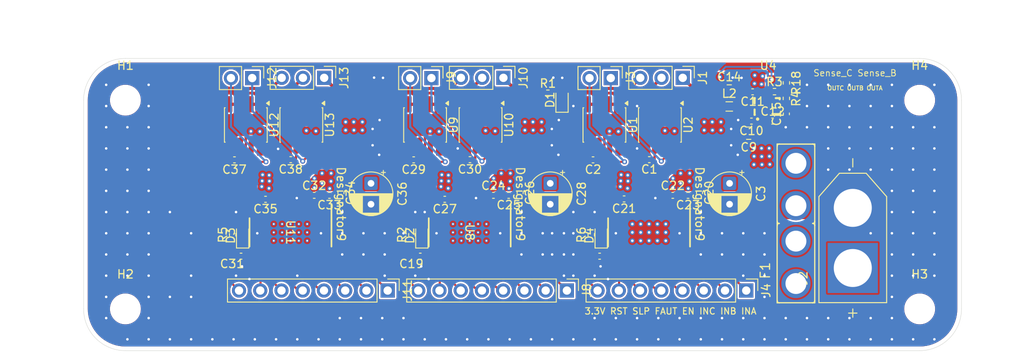
<source format=kicad_pcb>
(kicad_pcb (version 20241229) (generator "pcbnew") (generator_version "9.0")
  (layers (0 "F.Cu" signal) (4 "In1.Cu" signal) (6 "In2.Cu" signal) (2 "B.Cu" signal) (13 "F.Paste" user) (15 "B.Paste" user) (5 "F.SilkS" user "F.Silkscreen") (7 "B.SilkS" user "B.Silkscreen") (1 "F.Mask" user) (3 "B.Mask" user) (25 "Edge.Cuts" user))
  (net 0 "")
  (net 1 "GND")
  (net 2 "+12V")
  (net 3 "Net-(U3-VCP)")
  (net 4 "Net-(U3-CPH)")
  (net 5 "Net-(U3-CPL)")
  (net 6 "Net-(D4-A)")
  (net 7 "+3.3V")
  (net 12 "Net-(U2-FILTER)")
  (net 13 "Net-(U1-FILTER)")
  (net 14 "+5V")
  (net 15 "Net-(U4-BOOT)")
  (net 16 "Net-(U4-NC)")
  (net 17 "Net-(U4-VCC)")
  (net 18 "Net-(U4-FB)")
  (net 19 "Net-(R18-Pad2)")
  (net 21 "Net-(U3-V3P3)")
  (net 22 "VCC")
  (net 23 "/DRV8313_3/~{DRV_NFAULT}")
  (net 24 "/DRV8313_4/~{DRV_NFAULT}")
  (net 25 "/DRV8313_1/~{DRV_NFAULT}")
  (net 26 "/DRV8313_1/OUTA")
  (net 27 "/DRV8313_1/OUTC")
  (net 28 "/DRV8313_1/OUTB")
  (net 29 "/DRV8313_1/ISENSE_C")
  (net 30 "/DRV8313_1/ISENSE_B")
  (net 31 "/DRV8313_1/DRV_INB")
  (net 32 "/DRV8313_1/DRV_INC")
  (net 33 "/DRV8313_1/~{DRV_NSLEEP}")
  (net 34 "/DRV8313_1/DRV_INA")
  (net 35 "/DRV8313_1/DRV_EN")
  (net 36 "/DRV8313_1/~{DRV_NRST}")
  (net 37 "/DRV8313_3/DRV_EN")
  (net 38 "/DRV8313_3/~{DRV_NRST}")
  (net 39 "Net-(U8-V3P3)")
  (net 40 "Net-(U8-VCP)")
  (net 41 "Net-(U8-CPH)")
  (net 42 "Net-(U8-CPL)")
  (net 43 "Net-(U9-FILTER)")
  (net 44 "Net-(U10-FILTER)")
  (net 45 "Net-(D2-A)")
  (net 46 "/DRV8313_3/~{DRV_NSLEEP}")
  (net 47 "/DRV8313_3/DRV_INC")
  (net 48 "/DRV8313_3/DRV_INB")
  (net 49 "/DRV8313_3/DRV_INA")
  (net 50 "/DRV8313_3/ISENSE_C")
  (net 51 "/DRV8313_3/ISENSE_B")
  (net 52 "/DRV8313_3/OUTC")
  (net 53 "/DRV8313_3/OUTB")
  (net 54 "/DRV8313_3/OUTA")
  (net 55 "/DRV8313_4/DRV_INB")
  (net 56 "/DRV8313_4/~{DRV_NRST}")
  (net 57 "/DRV8313_4/DRV_INC")
  (net 58 "/DRV8313_4/DRV_INA")
  (net 59 "/DRV8313_4/DRV_EN")
  (net 64 "Net-(U11-V3P3)")
  (net 65 "Net-(U11-VCP)")
  (net 66 "Net-(U11-CPH)")
  (net 67 "Net-(U11-CPL)")
  (net 68 "Net-(U12-FILTER)")
  (net 69 "Net-(U13-FILTER)")
  (net 70 "Net-(D3-A)")
  (net 71 "/DRV8313_4/~{DRV_NSLEEP}")
  (net 72 "/DRV8313_4/ISENSE_B")
  (net 73 "/DRV8313_4/ISENSE_C")
  (net 74 "/DRV8313_4/OUTB")
  (net 75 "/DRV8313_4/OUTC")
  (net 76 "/DRV8313_4/OUTA")
  (net 77 "/DRV8313_1/PHC")
  (net 78 "/DRV8313_1/PHB")
  (net 79 "/DRV8313_3/PHC")
  (net 80 "/DRV8313_3/PHB")
  (net 85 "/DRV8313_4/PHC")
  (net 86 "/DRV8313_4/PHB")
  (net 87 "Net-(D1-A)")
  (footprint "easyeda:VQFN-12_L3.0-W2.0-P0.65-BL_TI_RNX" (layer "F.Cu") (at 226.8862 55.753)
    (property "Reference" "U4")
    (property "Value" "LMR36015SFBRNXR")
  )
  (footprint "Resistor_SMD:R_0402_1005Metric" (layer "F.Cu") (at 162.8267 71.12 90)
    (property "Reference" "R5")
    (property "Value" "1k5")
  )
  (footprint "Capacitor_SMD:C_0402_1005Metric" (layer "F.Cu") (at 169.7748 62.1212 180)
    (property "Reference" "C38")
    (property "Value" "1n")
  )
  (footprint "Resistor_SMD:R_0402_1005Metric" (layer "F.Cu") (at 229.059 52.9296 -90)
    (property "Reference" "R18")
    (property "Value" "4.7k")
  )
  (footprint "Capacitor_SMD:C_0402_1005Metric" (layer "F.Cu") (at 212.6627 62.1212 180)
    (property "Reference" "C1")
    (property "Value" "1n")
  )
  (footprint "Diode_SMD:D_0603_1608Metric" (layer "F.Cu") (at 164.0205 71.2216 90)
    (property "Reference" "D3")
    (property "Value" "LED")
  )
  (footprint "Capacitor_SMD:C_0402_1005Metric" (layer "F.Cu") (at 209.648801 66.8274 180)
    (property "Reference" "C21")
    (property "Value" "100n")
  )
  (footprint "Connector_PinHeader_2.54mm:PinHeader_1x03_P2.54mm_Vertical" (layer "F.Cu") (at 173.7741 52.324 -90)
    (property "Reference" "J13")
    (property "Value" "Conn_01x03")
  )
  (footprint "Package_SO:SOIC-8_3.9x4.9mm_P1.27mm" (layer "F.Cu") (at 207.2925 57.967 -90)
    (property "Reference" "U1")
    (property "Value" "ACS712xLCTR-05B")
  )
  (footprint "Capacitor_SMD:C_0402_1005Metric" (layer "F.Cu") (at 217.297 66.3956 180)
    (property "Reference" "C23")
    (property "Value" "10n")
  )
  (footprint "Capacitor_SMD:C_0402_1005Metric" (layer "F.Cu") (at 163.8326 73.6854 180)
    (property "Reference" "C31")
    (property "Value" "220n")
  )
  (footprint "Resistor_SMD:R_0402_1005Metric" (layer "F.Cu") (at 205.7146 71.12 90)
    (property "Reference" "R6")
    (property "Value" "1k5")
  )
  (footprint "foot_lib:PWP0028F_L" (layer "F.Cu") (at 169.7441 70.835401 -90)
    (property "Reference" "U11")
    (property "Value" "DRV8313PWP")
  )
  (footprint "Capacitor_SMD:C_0402_1005Metric" (layer "F.Cu") (at 184.4814 62.1466 180)
    (property "Reference" "C29")
    (property "Value" "1n")
  )
  (footprint "Connector_PinHeader_2.54mm:PinHeader_1x03_P2.54mm_Vertical" (layer "F.Cu") (at 195.2117 52.324 -90)
    (property "Reference" "J10")
    (property "Value" "Conn_01x03")
  )
  (footprint "Capacitor_SMD:C_0402_1005Metric" (layer "F.Cu") (at 224.877 57.5056 180)
    (property "Reference" "C10")
    (property "Value" "22n")
  )
  (footprint "Capacitor_THT:CP_Radial_D5.0mm_P2.50mm" (layer "F.Cu") (at 222.2627 64.9624 -90)
    (property "Reference" "C3")
    (property "Value" "100uF")
  )
  (footprint "Resistor_SMD:R_0402_1005Metric" (layer "F.Cu") (at 227.6362 53.975)
    (property "Reference" "R3")
    (property "Value" "100k")
  )
  (footprint "Capacitor_SMD:C_0805_2012Metric" (layer "F.Cu") (at 222.2246 53.8988)
    (property "Reference" "C14")
    (property "Value" "22u")
  )
  (footprint "MountingHole:MountingHole_3.2mm_M3" (layer "F.Cu") (at 245 80)
    (property "Reference" "H3")
    (property "Value" "MountingHole")
  )
  (footprint "Inductor_SMD:L_0805_2012Metric" (layer "F.Cu") (at 222.2246 55.753)
    (property "Reference" "L2")
    (property "Value" "10u")
  )
  (footprint "Package_SO:SOIC-8_3.9x4.9mm_P1.27mm" (layer "F.Cu") (at 171.0396 57.967 -90)
    (property "Reference" "U13")
    (property "Value" "ACS712xLCTR-05B")
  )
  (footprint "Package_SO:SOIC-8_3.9x4.9mm_P1.27mm" (layer "F.Cu") (at 185.8422 57.967 -90)
    (property "Reference" "U9")
    (property "Value" "ACS712xLCTR-05B")
  )
  (footprint "Connector_PinHeader_2.54mm:PinHeader_1x02_P2.54mm_Vertical" (layer "F.Cu") (at 208.0514 52.3494 -90)
    (property "Reference" "J3")
    (property "Value" "Conn_01x02")
  )
  (footprint "LED_SMD:LED_0603_1608Metric" (layer "F.Cu") (at 202.2221 54.9583 90)
    (property "Reference" "D1")
    (property "Value" "LED")
  )
  (footprint "MountingHole:MountingHole_3.2mm_M3" (layer "F.Cu") (at 245 55)
    (property "Reference" "H4")
    (property "Value" "MountingHole")
  )
  (footprint "Diode_SMD:D_0603_1608Metric" (layer "F.Cu") (at 185.4581 71.2216 90)
    (property "Reference" "D2")
    (property "Value" "LED")
  )
  (footprint "Capacitor_SMD:C_0402_1005Metric" (layer "F.Cu") (at 188.198501 66.8712 180)
    (property "Reference" "C27")
    (property "Value" "100n")
  )
  (footprint "Capacitor_SMD:C_0402_1005Metric" (layer "F.Cu") (at 197.215501 66.0908 -90)
    (property "Reference" "C26")
    (property "Value" "100n")
  )
  (footprint "Capacitor_SMD:C_0402_1005Metric" (layer "F.Cu") (at 163.0438 62.1466 180)
    (property "Reference" "C37")
    (property "Value" "1n")
  )
  (footprint "Capacitor_SMD:C_0402_1005Metric" (layer "F.Cu") (at 166.760901 66.8712 180)
    (property "Reference" "C35")
    (property "Value" "100n")
  )
  (footprint "MountingHole:MountingHole_3.2mm_M3" (layer "F.Cu") (at 150 80)
    (property "Reference" "H2")
    (property "Value" "MountingHole")
  )
  (footprint "Resistor_SMD:R_0402_1005Metric" (layer "F.Cu") (at 200.531 54.1655)
    (property "Reference" "R1")
    (property "Value" "250")
  )
  (footprint "Package_SO:SOIC-8_3.9x4.9mm_P1.27mm" (layer "F.Cu") (at 213.9275 57.967 -90)
    (property "Reference" "U2")
    (property "Value" "ACS712xLCTR-05B")
  )
  (footprint "foot_lib:PWP0028F_L" (layer "F.Cu") (at 191.1817 70.835401 -90)
    (property "Reference" "U8")
    (property "Value" "DRV8313PWP")
  )
  (footprint "Connector_PinHeader_2.54mm:PinHeader_1x08_P2.54mm_Vertical" (layer "F.Cu") (at 202.8063 77.8002 -90)
    (property "Reference" "J8")
    (property "Value" "Conn_01x08")
  )
  (footprint "MountingHole:MountingHole_3.2mm_M3" (layer "F.Cu") (at 150 55)
    (property "Reference" "H1")
    (property "Value" "MountingHole")
  )
  (footprint "Capacitor_SMD:C_0402_1005Metric" (layer "F.Cu") (at 206.7205 73.6854 180)
    (property "Reference" "C8" (hide yes))
    (property "Value" "220n")
  )
  (footprint "Capacitor_SMD:C_0402_1005Metric" (layer "F.Cu") (at 185.2702 73.6854 180)
    (property "Reference" "C19")
    (property "Value" "220n")
  )
  (footprint "Resistor_SMD:R_0402_1005Metric" (layer "F.Cu") (at 229.0572 54.7858 -90)
    (property "Reference" "R4")
    (property "Value" "20k")
  )
  (footprint "Capacitor_SMD:C_0402_1005Metric" (layer "F.Cu") (at 205.9317 62.1466 180)
    (property "Reference" "C2")
    (property "Value" "1n")
  )
  (footprint "Capacitor_SMD:C_0402_1005Metric" (layer "F.Cu") (at 174.4091 66.3956 180)
    (property "Reference" "C33")
    (property "Value" "10n")
  )
  (footprint "Capacitor_SMD:C_0402_1005Metric" (layer "F.Cu") (at 218.665801 66.0908 -90)
    (property "Reference" "C20")
    (property "Value" "100n")
  )
  (footprint "Capacitor_THT:CP_Radial_D5.0mm_P2.50mm" (layer "F.Cu") (at 179.3748 64.9624 -90)
    (property "Reference" "C36")
    (property "Value" "100uF")
  )
  (footprint "Connector_PinHeader_2.54mm:PinHeader_1x02_P2.54mm_Vertical" (layer "F.Cu") (at 186.6011 52.3494 -90)
    (property "Reference" "J9")
    (property "Value" "Conn_01x02")
  )
  (footprint "Capacitor_SMD:C_0805_2012Metric" (layer "F.Cu") (at 224.5512 58.9534 180)
    (property "Reference" "C9")
    (property "Value" "2.2u")
  )
  (footprint "foot_lib:AMASS_XT60-M" (layer "F.Cu") (at 237 71.5 90)
    (property "Reference" "J2")
    (property "Value" "XT60-M")
  )
  (footprint "Connector_PinHeader_2.54mm:PinHeader_1x02_P2.54mm_Vertical" (layer "F.Cu") (at 165.1635 52.3494 -90)
    (property "Reference" "J12")
    (property "Value" "Conn_01x02")
  )
  (footprint "Connector_PinHeader_2.54mm:PinHeader_1x03_P2.54mm_Vertical" (layer "F.Cu") (at 216.662 52.324 -90)
    (property "Reference" "J1")
    (property "Value" "Conn_01x03")
  )
  (footprint "Resistor_SMD:R_0402_1005Metric" (layer "F.Cu") (at 184.2643 71.12 90)
    (property "Reference" "R2")
    (property "Value" "1k5")
  )
  (footprint "foot_lib:FUSE_01000057Z" (layer "F.Cu") (at 230.2002 69.7611 90)
    (property "Reference" "F1")
    (property "Value" "01000057Z")
  )
  (footprint "Connector_PinHeader_2.54mm:PinHeader_1x08_P2.54mm_Vertical" (layer "F.Cu") (at 224.2566 77.8002 -90)
    (property "Reference" "J4")
    (property "Value" "Conn_01x08")
  )
  (footprint "Diode_SMD:D_0603_1608Metric" (layer "F.Cu") (at 206.9084 71.2216 90)
    (property "Reference" "D4")
    (property "Value" "LED")
  )
  (footprint "Capacitor_SMD:C_0402_1005Metric" (layer "F.Cu") (at 227.4062 57.5056)
    (property "Reference" "C12")
    (property "Value" "100n")
  )
  (footprint "Capacitor_THT:CP_Radial_D5.0mm_P2.50mm" (layer "F.Cu") (at 200.8124 64.9624 -90)
    (property "Reference" "C28")
    (property "Value" "100uF")
  )
  (footprint "Capacitor_SMD:C_0402_1005Metric" (layer "F.Cu") (at 191.2124 62.1212 180)
    (property "Reference" "C30")
    (property "Value" "1n")
  )
  (footprint "Capacitor_SMD:C_0402_1005Metric" (layer "F.Cu") (at 175.777901 66.0908 -90)
    (property "Reference" "C34")
    (property "Value" "100n")
  )
  (footprint "Connector_PinHeader_2.54mm:PinHeader_1x08_P2.54mm_Vertical" (layer "F.Cu") (at 181.3687 77.8002 -90)
    (property "Reference" "J11")
    (property "Value" "Conn_01x08")
  )
  (footprint "Capacitor_SMD:C_0402_1005Metric" (layer "F.Cu") (at 229.0572 56.6394 90)
    (property "Reference" "C15")
    (property "Value" "1u")
  )
  (footprint "Capacitor_SMD:C_0402_1005Metric" (layer "F.Cu") (at 194.0205 66.3956)
    (property "Reference" "C24")
    (property "Value" "100n")
  )
  (footprint "Capacitor_SMD:C_0402_1005Metric" (layer "F.Cu") (at 172.5829 66.3956)
    (property "Reference" "C32")
    (property "Value" "100n")
  )
  (footprint "Capacitor_SMD:C_0402_1005Metric" (layer "F.Cu") (at 195.8467 66.3956 180)
    (property "Reference" "C25")
    (property "Value" "10n")
  )
  (footprint "Package_SO:SOIC-8_3.9x4.9mm_P1.27mm" (layer "F.Cu") (at 164.4046 57.967 -90)
    (property "Reference" "U12")
    (property "Value" "ACS712xLCTR-05B")
  )
  (footprint "foot_lib:PWP0028F_L" (layer "F.Cu") (at 212.632 70.835401 -90)
    (property "Reference" "U3" (hide yes))
    (property "Value" "DRV8313PWP")
  )
  (footprint "Capacitor_SMD:C_0402_1005Metric" (layer "F.Cu") (at 225.0186 54.0004 180)
    (property "Reference" "C11")
    (property "Value" "22n")
  )
  (footprint "Capacitor_SMD:C_0402_1005Metric" (layer "F.Cu") (at 215.4708 66.3956)
    (property "Reference" "C22")
    (property "Value" "100n")
  )
  (footprint "Package_SO:SOIC-8_3.9x4.9mm_P1.27mm" (layer "F.Cu") (at 192.4772 57.967 -90)
    (property "Reference" "U10")
    (property "Value" "ACS712xLCTR-05B")
  )
  (gr_line (start 145 55) (end 145 80) (stroke (width 0.05)) (layer "Edge.Cuts"))
  (gr_line (start 250 80) (end 250 55) (stroke (width 0.05)) (layer "Edge.Cuts"))
  (gr_line (start 150 85) (end 245 85) (stroke (width 0.05)) (layer "Edge.Cuts"))
  (gr_line (start 245 50) (end 150 50) (stroke (width 0.05)) (layer "Edge.Cuts"))
  (gr_arc (start 145 55) (mid 146.464466 51.464466) (end 150 50) (stroke (width 0.05)) (layer "Edge.Cuts"))
  (gr_arc (start 245 50) (mid 248.535534 51.464466) (end 250 55) (stroke (width 0.05)) (layer "Edge.Cuts"))
  (gr_arc (start 250 80) (mid 248.535534 83.535534) (end 245 85) (stroke (width 0.05)) (layer "Edge.Cuts"))
  (gr_arc (start 150 85) (mid 146.464466 83.535534) (end 145 80) (stroke (width 0.05)) (layer "Edge.Cuts"))
  (gr_text "OUTC OUTB OUTA" (at 233.9086 53.854871 0) (layer "F.SilkS") (effects (font (size 0.508 0.508) (thickness 0.1)) (justify left bottom)))
  (gr_text "Sense_C Sense_B" (at 232.2322 52.197 0) (layer "F.SilkS") (effects (font (size 0.762 0.762) (thickness 0.1)) (justify left bottom)))
  (gr_text "3.3V RST SLP FAUT EN INC INB INA" (at 204.851 80.7212 0) (layer "F.SilkS") (effects (font (size 0.762 0.762) (thickness 0.125)) (justify left bottom)))
  (via (at 228.98 58.24) (size 0.6) (drill 0.3) (layers "F.Cu" "B.Cu") (net 1))
  (via (at 211.2 60.78) (size 0.6) (drill 0.3) (layers "F.Cu" "B.Cu") (net 1))
  (via (at 239.14 58.24) (size 0.6) (drill 0.3) (layers "F.Cu" "B.Cu") (net 1))
  (via (at 239.14 53.16) (size 0.6) (drill 0.3) (layers "F.Cu" "B.Cu") (net 1))
  (via (at 223.9 81.1) (size 0.6) (drill 0.3) (layers "F.Cu" "B.Cu") (net 1))
  (via (at 181.0121 73.48) (size 0.6) (drill 0.3) (layers "F.Cu" "B.Cu") (net 1))
  (via (at 175.64 81.1) (size 0.6) (drill 0.3) (layers "F.Cu" "B.Cu") (net 1))
  (via (at 173.3921 70.94) (size 0.6) (drill 0.3) (layers "F.Cu" "B.Cu") (net 1))
  (via (at 175.64 83.64) (size 0.6) (drill 0.3) (layers "F.Cu" "B.Cu") (net 1))
  (via (at 207.7212 76.4286) (size 0.6) (drill 0.3) (layers "F.Cu" "B.Cu") (net 1))
  (via (at 231.52 81.1) (size 0.6) (drill 0.3) (layers "F.Cu" "B.Cu") (net 1))
  (via (at 236.6 60.78) (size 0.6) (drill 0.3) (layers "F.Cu" "B.Cu") (net 1))
  (via (at 234.06 63.32) (size 0.6) (drill 0.3) (layers "F.Cu" "B.Cu") (net 1))
  (via (at 147.7 76.02) (size 0.6) (drill 0.3) (layers "F.Cu" "B.Cu") (net 1))
  (via (at 234.06 60.78) (size 0.6) (drill 0.3) (layers "F.Cu" "B.Cu") (net 1))
  (via (at 213.3854 66.7258) (size 0.6) (drill 0.3) (layers "F.Cu" "B.Cu") (net 1))
  (via (at 185.3819 74.9046) (size 0.6) (drill 0.3) (layers "F.Cu" "B.Cu") (net 1))
  (via (at 246.76 70.94) (size 0.6) (drill 0.3) (layers "F.Cu" "B.Cu") (net 1))
  (via (at 150.24 83.64) (size 0.6) (drill 0.3) (layers "F.Cu" "B.Cu") (net 1))
  (via (at 244.22 58.24) (size 0.6) (drill 0.3) (layers "F.Cu" "B.Cu") (net 1))
  (via (at 244.22 70.94) (size 0.6) (drill 0.3) (layers "F.Cu" "B.Cu") (net 1))
  (via (at 152.78 53.16) (size 0.6) (drill 0.3) (layers "F.Cu" "B.Cu") (net 1))
  (via (at 157.86 76.02) (size 0.6) (drill 0.3) (layers "F.Cu" "B.Cu") (net 1))
  (via (at 218.82 81.1) (size 0.6) (drill 0.3) (layers "F.Cu" "B.Cu") (net 1))
  (via (at 201.8411 57.3786) (size 0.6) (drill 0.3) (layers "F.Cu" "B.Cu") (net 1))
  (via (at 236.6 81.1) (size 0.6) (drill 0.3) (layers "F.Cu" "B.Cu") (net 1))
  (via (at 231.52 53.16) (size 0.6) (drill 0.3) (layers "F.Cu" "B.Cu") (net 1))
  (via (at 147.7 70.94) (size 0.6) (drill 0.3) (layers "F.Cu" "B.Cu") (net 1))
  (via (at 152.78 78.56) (size 0.6) (drill 0.3) (layers "F.Cu" "B.Cu") (net 1))
  (via (at 234.06 81.1) (size 0.6) (drill 0.3) (layers "F.Cu" "B.Cu") (net 1))
  (via (at 201.1807 52.2986) (size 0.6) (drill 0.3) (layers "F.Cu" "B.Cu") (net 1))
  (via (at 228.98 83.64) (size 0.6) (drill 0.3) (layers "F.Cu" "B.Cu") (net 1))
  (via (at 246.76 65.86) (size 0.6) (drill 0.3) (layers "F.Cu" "B.Cu") (net 1))
  (via (at 201.0029 60.4012) (size 0.6) (drill 0.3) (layers "F.Cu" "B.Cu") (net 1))
  (via (at 218.82 70.94) (size 0.6) (drill 0.3) (layers "F.Cu" "B.Cu") (net 1))
  (via (at 223.9 83.64) (size 0.6) (drill 0.3) (layers "F.Cu" "B.Cu") (net 1))
  (via (at 180.8099 52.324) (size 0.6) (drill 0.3) (layers "F.Cu" "B.Cu") (net 1))
  (via (at 150.24 68.4) (size 0.6) (drill 0.3) (layers "F.Cu" "B.Cu") (net 1))
  (via (at 231.52 55.7) (size 0.6) (drill 0.3) (layers "F.Cu" "B.Cu") (net 1))
  (via (at 175.9321 73.48) (size 0.6) (drill 0.3) (layers "F.Cu" "B.Cu") (net 1))
  (via (at 202.2475 52.324) (size 0.6) (drill 0.3) (layers "F.Cu" "B.Cu") (net 1))
  (via (at 201.0029 58.4454) (size 0.6) (drill 0.3) (layers "F.Cu" "B.Cu") (net 1))
  (via (at 244.22 83.64) (size 0.6) (drill 0.3) (layers "F.Cu" "B.Cu") (net 1))
  (via (at 152.78 83.64) (size 0.6) (drill 0.3) (layers "F.Cu" "B.Cu") (net 1))
  (via (at 184.6697 68.4) (size 0.6) (drill 0.3) (layers "F.Cu" "B.Cu") (net 1))
  (via (at 222.4532 58.4454) (size 0.6) (drill 0.3) (layers "F.Cu" "B.Cu") (net 1))
  (via (at 223.2406 61.5442) (size 0.6) (drill 0.3) (layers "F.Cu" "B.Cu") (net 1))
  (via (at 246.76 53.16) (size 0.6) (drill 0.3) (layers "F.Cu" "B.Cu") (net 1))
  (via (at 147.7 73.48) (size 0.6) (drill 0.3) (layers "F.Cu" "B.Cu") (net 1))
  (via (at 147.7 68.4) (size 0.6) (drill 0.3) (layers "F.Cu" "B.Cu") (net 1))
  (via (at 244.22 73.48) (size 0.6) (drill 0.3) (layers "F.Cu" "B.Cu") (net 1))
  (via (at 221.36 70.94) (size 0.6) (drill 0.3) (layers "F.Cu" "B.Cu") (net 1))
  (via (at 206.12 81.1) (size 0.6) (drill 0.3) (layers "F.Cu" "B.Cu") (net 1))
  (via (at 244.22 65.86) (size 0.6) (drill 0.3) (layers "F.Cu" "B.Cu") (net 1))
  (via (at 197.3697 70.94) (size 0.6) (drill 0.3) (layers "F.Cu" "B.Cu") (net 1))
  (via (at 203.58 76.02) (size 0.6) (drill 0.3) (layers "F.Cu" "B.Cu") (net 1))
  (via (at 147.7 58.24) (size 0.6) (drill 0.3) (layers "F.Cu" "B.Cu") (net 1))
  (via (at 180.72 83.64) (size 0.6) (drill 0.3) (layers "F.Cu" "B.Cu") (net 1))
  (via (at 231.52 83.64) (size 0.6) (drill 0.3) (layers "F.Cu" "B.Cu") (net 1))
  (via (at 226.44 83.64) (size 0.6) (drill 0.3) (layers "F.Cu" "B.Cu") (net 1))
  (via (at 208.66 70.94) (size 0.6) (drill 0.3) (layers "F.Cu" "B.Cu") (net 1))
  (via (at 202.4497 70.94) (size 0.6) (drill 0.3) (layers "F.Cu" "B.Cu") (net 1))
  (via (at 147.7 60.78) (size 0.6) (drill 0.3) (layers "F.Cu" "B.Cu") (net 1))
  (via (at 236.6 53.16) (size 0.6) (drill 0.3) (layers "F.Cu" "B.Cu") (net 1))
  (via (at 221.36 81.1) (size 0.6) (drill 0.3) (layers "F.Cu" "B.Cu") (net 1))
  (via (at 152.78 68.4) (size 0.6) (drill 0.3) (layers "F.Cu" "B.Cu") (net 1))
  (via (at 175.9321 70.94) (size 0.6) (drill 0.3) (layers "F.Cu" "B.Cu") (net 1))
  (via (at 170.56 83.64) (size 0.6) (drill 0.3) (layers "F.Cu" "B.Cu") (net 1))
  (via (at 206.8322 74.9046) (size 0.6) (drill 0.3) (layers "F.Cu" "B.Cu") (net 1))
  (via (at 150.24 65.86) (size 0.6) (drill 0.3) (layers "F.Cu" "B.Cu") (net 1))
  (via (at 226.44 73.48) (size 0.6) (drill 0.3) (layers "F.Cu" "B.Cu") (net 1))
  (via (at 203.58 70.94) (size 0.6) (drill 0.3) (layers "F.Cu" "B.Cu") (net 1))
  (via (at 246.76 58.24) (size 0.6) (drill 0.3) (layers "F.Cu" "B.Cu") (net 1))
  (via (at 241.68 81.1) (size 0.6) (drill 0.3) (layers "F.Cu" "B.Cu") (net 1))
  (via (at 178.18 81.1) (size 0.6) (drill 0.3) (layers "F.Cu" "B.Cu") (net 1))
  (via (at 163.9443 74.9046) (size 0.6) (drill 0.3) (layers "F.Cu" "B.Cu") (net 1))
  (via (at 239.14 70.94) (size 0.6) (drill 0.3) (layers "F.Cu" "B.Cu") (net 1))
  (via (at 155.32 83.64) (size 0.6) (drill 0.3) (layers "F.Cu" "B.Cu") (net 1))
  (via (at 152.78 63.32) (size 0.6) (drill 0.3) (layers "F.Cu" "B.Cu") (net 1))
  (via (at 178.4721 70.94) (size 0.6) (drill 0.3) (layers "F.Cu" "B.Cu") (net 1))
  (via (at 239.14 60.78) (size 0.6) (drill 0.3) (layers "F.Cu" "B.Cu") (net 1))
  (via (at 195.96 83.64) (size 0.6) (drill 0.3) (layers "F.Cu" "B.Cu") (net 1))
  (via (at 147.7 81.1) (size 0.6) (drill 0.3) (layers "F.Cu" "B.Cu") (net 1))
  (via (at 183.26 83.64) (size 0.6) (drill 0.3) (layers "F.Cu" "B.Cu") (net 1))
  (via (at 221.36 83.64) (size 0.6) (drill 0.3) (layers "F.Cu" "B.Cu") (net 1))
  (via (at 150.24 70.94) (size 0.6) (drill 0.3) (layers "F.Cu" "B.Cu") (net 1))
  (via (at 201.04 73.48) (size 0.6) (drill 0.3) (layers "F.Cu" "B.Cu") (net 1))
  (via (at 206.12 68.4) (size 0.6) (drill 0.3) (layers "F.Cu" "B.Cu") (net 1))
  (via (at 147.7 65.86) (size 0.6) (drill 0.3) (layers "F.Cu" "B.Cu") (net 1))
  (via (at 241.68 53.16) (size 0.6) (drill 0.3) (layers "F.Cu" "B.Cu") (net 1))
  (via (at 246.76 73.48) (size 0.6) (drill 0.3) (layers "F.Cu" "B.Cu") (net 1))
  (via (at 180.3527 61.5442) (size 0.6) (drill 0.3) (layers "F.Cu" "B.Cu") (net 1))
  (via (at 184.6697 76.02) (size 0.6) (drill 0.3) (layers "F.Cu" "B.Cu") (net 1))
  (via (at 188.34 83.64) (size 0.6) (drill 0.3) (layers "F.Cu" "B.Cu") (net 1))
  (via (at 163.2321 68.4) (size 0.6) (drill 0.3) (layers "F.Cu" "B.Cu") (net 1))
  (via (at 189.7497 60.78) (size 0.6) (drill 0.3) (layers "F.Cu" "B.Cu") (net 1))
  (via (at 203.58 55.7) (size 0.6) (drill 0.3) (layers "F.Cu" "B.Cu") (net 1))
  (via (at 185.8 83.64) (size 0.6) (drill 0.3) (layers "F.Cu" "B.Cu") (net 1))
  (via (at 218.82 83.64) (size 0.6) (drill 0.3) (layers "F.Cu" "B.Cu") (net 1))
  (via (at 241.68 65.86) (size 0.6) (drill 0.3) (layers "F.Cu" "B.Cu") (net 1))
  (via (at 244.22 68.4) (size 0.6) (drill 0.3) (layers "F.Cu" "B.Cu") (net 1))
  (via (at 218.82 68.4) (size 0.6) (drill 0.3) (layers "F.Cu" "B.Cu") (net 1))
  (via (at 150.24 73.48) (size 0.6) (drill 0.3) (layers "F.Cu" "B.Cu") (net 1))
  (via (at 208.66 81.1) (size 0.6) (drill 0.3) (layers "F.Cu" "B.Cu") (net 1))
  (via (at 165.7721 70.94) (size 0.6) (drill 0.3) (layers "F.Cu" "B.Cu") (net 1))
  (via (at 150.24 63.32) (size 0.6) (drill 0.3) (layers "F.Cu" "B.Cu") (net 1))
  (via (at 239.14 83.64) (size 0.6) (drill 0.3) (layers "F.Cu" "B.Cu") (net 1))
  (via (at 202.4497 73.48) (size 0.6) (drill 0.3) (layers "F.Cu" "B.Cu") (net 1))
  (via (at 194.8297 70.94) (size 0.6) (drill 0.3) (layers "F.Cu" "B.Cu") (net 1))
  (via (at 223.2914 57.3786) (size 0.6) (drill 0.3) (layers "F.Cu" "B.Cu") (net 1))
  (via (at 155.32 78.56) (size 0.6) (drill 0.3) (layers "F.Cu" "B.Cu") (net 1))
  (via (at 183.26 81.1) (size 0.6) (drill 0.3) (layers "F.Cu" "B.Cu") (net 1))
  (via (at 234.06 83.64) (size 0.6) (drill 0.3) (layers "F.Cu" "B.Cu") (net 1))
  (via (at 246.76 68.4) (size 0.6) (drill 0.3) (layers "F.Cu" "B.Cu") (net 1))
  (via (at 170.4975 66.7258) (size 0.6) (drill 0.3) (layers "F.Cu" "B.Cu") (net 1))
  (via (at 203.58 73.48) (size 0.6) (drill 0.3) (layers "F.Cu" "B.Cu") (net 1))
  (via (at 201.04 70.94) (size 0.6) (drill 0.3) (layers "F.Cu" "B.Cu") (net 1))
  (via (at 206.12 76.02) (size 0.6) (drill 0.3) (layers "F.Cu" "B.Cu") (net 1))
  (via (at 150.24 58.24) (size 0.6) (drill 0.3) (layers "F.Cu" "B.Cu") (net 1))
  (via (at 244.22 60.78) (size 0.6) (drill 0.3) (layers "F.Cu" "B.Cu") (net 1))
  (via (at 222.4532 60.4012) (size 0.6) (drill 0.3) (layers "F.Cu" "B.Cu") (net 1))
  (via (at 239.14 81.1) (size 0.6) (drill 0.3) (layers "F.Cu" "B.Cu") (net 1))
  (via (at 181.0121 76.02) (size 0.6) (drill 0.3) (layers "F.Cu" "B.Cu") (net 1))
  (via (at 246.76 76.02) (size 0.6) (drill 0.3) (layers "F.Cu" "B.Cu") (net 1))
  (via (at 221.36 73.48) (size 0.6) (drill 0.3) (layers "F.Cu" "B.Cu") (net 1))
  (via (at 152.78 73.48) (size 0.6) (drill 0.3) (layers "F.Cu" "B.Cu") (net 1))
  (via (at 201.7903 61.5442) (size 0.6) (drill 0.3) (layers "F.Cu" "B.Cu") (net 1))
  (via (at 157.86 70.94) (size 0.6) (drill 0.3) (layers "F.Cu" "B.Cu") (net 1))
  (via (at 193.42 83.64) (size 0.6) (drill 0.3) (layers "F.Cu" "B.Cu") (net 1))
  (via (at 234.06 58.24) (size 0.6) (drill 0.3) (layers "F.Cu" "B.Cu") (net 1))
  (via (at 241.68 60.78) (size 0.6) (drill 0.3) (layers "F.Cu" "B.Cu") (net 1))
  (via (at 186.2709 76.4286) (size 0.6) (drill 0.3) (layers "F.Cu" "B.Cu") (net 1))
  (via (at 226.44 81.1) (size 0.6) (drill 0.3) (layers "F.Cu" "B.Cu") (net 1))
  (via (at 191.9351 66.7258) (size 0.6) (drill 0.3) (layers "F.Cu" "B.Cu") (net 1))
  (via (at 239.14 55.7) (size 0.6) (drill 0.3) (layers "F.Cu" "B.Cu") (net 1))
  (via (at 162.94 83.64) (size 0.6) (drill 0.3) (layers "F.Cu" "B.Cu") (net 1))
  (via (at 202.4497 76.02) (size 0.6) (drill 0.3) (layers "F.Cu" "B.Cu") (net 1))
  (via (at 216.28 83.64) (size 0.6) (drill 0.3) (layers "F.Cu" "B.Cu") (net 1))
  (via (at 175.9321 68.4) (size 0.6) (drill 0.3) (layers "F.Cu" "B.Cu") (net 1))
  (via (at 241.68 73.48) (size 0.6) (drill 0.3) (layers "F.Cu" "B.Cu") (net 1))
  (via (at 241.68 68.4) (size 0.6) (drill 0.3) (layers "F.Cu" "B.Cu") (net 1))
  (via (at 206.12 83.64) (size 0.6) (drill 0.3) (layers "F.Cu" "B.Cu") (net 1))
  (via (at 187.2097 70.94) (size 0.6) (drill 0.3) (layers "F.Cu" "B.Cu") (net 1))
  (via (at 241.68 78.56) (size 0.6) (drill 0.3) (layers "F.Cu" "B.Cu") (net 1))
  (via (at 152.78 58.24) (size 0.6) (drill 0.3) (layers "F.Cu" "B.Cu") (net 1))
  (via (at 223.6978 52.324) (size 0.6) (drill 0.3) (layers "F.Cu" "B.Cu") (net 1))
  (via (at 147.7 78.56) (size 0.6) (drill 0.3) (layers "F.Cu" "B.Cu") (net 1))
  (via (at 168.02 83.64) (size 0.6) (drill 0.3) (layers "F.Cu" "B.Cu") (net 1))
  (via (at 147.7 53.16) (size 0.6) (drill 0.3) (layers "F.Cu" "B.Cu") (net 1))
  (via (at 201.04 83.64) (size 0.6) (drill 0.3) (layers "F.Cu" "B.Cu") (net 1))
  (via (at 236.6 58.24) (size 0.6) (drill 0.3) (layers "F.Cu" "B.Cu") (net 1))
  (via (at 180.4035 57.3786) (size 0.6) (drill 0.3) (layers "F.Cu" "B.Cu") (net 1))
  (via (at 160.4 83.64) (size 0.6) (drill 0.3) (layers "F.Cu" "B.Cu") (net 1))
  (via (at 218.82 73.48) (size 0.6) (drill 0.3) (layers "F.Cu" "B.Cu") (net 1))
  (via (at 179.5653 60.4012) (size 0.6) (drill 0.3) (layers "F.Cu" "B.Cu") (net 1))
  (via (at 199.9097 73.48) (size 0.6) (drill 0.3) (layers "F.Cu" "B.Cu") (net 1))
  (via (at 241.68 76.02) (size 0.6) (drill 0.3) (layers "F.Cu" "B.Cu") (net 1))
  (via (at 179.5653 58.4454) (size 0.6) (drill 0.3) (layers "F.Cu" "B.Cu") (net 1))
  (via (at 239.14 63.32) (size 0.6) (drill 0.3) (layers "F.Cu" "B.Cu") (net 1))
  (via (at 223.9 70.94) (size 0.6) (drill 0.3) (layers "F.Cu" "B.Cu") (net 1))
  (via (at 234.06 55.7) (size 0.6) (drill 0.3) (layers "F.Cu" "B.Cu") (net 1))
  (via (at 241.68 83.64) (size 0.6) (drill 0.3) (layers "F.Cu" "B.Cu") (net 1))
  (via (at 152.78 70.94) (size 0.6) (drill 0.3) (layers "F.Cu" "B.Cu") (net 1))
  (via (at 226.44 78.56) (size 0.6) (drill 0.3) (layers "F.Cu" "B.Cu") (net 1))
  (via (at 216.28 70.94) (size 0.6) (drill 0.3) (layers "F.Cu" "B.Cu") (net 1))
  (via (at 234.06 53.16) (size 0.6) (drill 0.3) (layers "F.Cu" "B.Cu") (net 1))
  (via (at 211.2 55.7) (size 0.6) (drill 0.3) (layers "F.Cu" "B.Cu") (net 1))
  (via (at 216.28 81.1) (size 0.6) (drill 0.3) (layers "F.Cu" "B.Cu") (net 1))
  (via (at 241.68 70.94) (size 0.6) (drill 0.3) (layers "F.Cu" "B.Cu") (net 1))
  (via (at 147.7 55.7) (size 0.6) (drill 0.3) (layers "F.Cu" "B.Cu") (net 1))
  (via (at 241.68 55.7) (size 0.6) (drill 0.3) (layers "F.Cu" "B.Cu") (net 1))
  (via (at 211.2 83.64) (size 0.6) (drill 0.3) (layers "F.Cu" "B.Cu") (net 1))
  (via (at 213.74 81.1) (size 0.6) (drill 0.3) (layers "F.Cu" "B.Cu") (net 1))
  (via (at 208.66 83.64) (size 0.6) (drill 0.3) (layers "F.Cu" "B.Cu") (net 1))
  (via (at 157.86 78.56) (size 0.6) (drill 0.3) (layers "F.Cu" "B.Cu") (net 1))
  (via (at 244.22 63.32) (size 0.6) (drill 0.3) (layers "F.Cu" "B.Cu") (net 1))
  (via (at 244.22 76.02) (size 0.6) (drill 0.3) (layers "F.Cu" "B.Cu") (net 1))
  (via (at 197.3697 73.48) (size 0.6) (drill 0.3) (layers "F.Cu" "B.Cu") (net 1))
  (via (at 150.24 60.78) (size 0.6) (drill 0.3) (layers "F.Cu" "B.Cu") (net 1))
  (via (at 152.78 76.02) (size 0.6) (drill 0.3) (layers "F.Cu" "B.Cu") (net 1))
  (via (at 231.52 58.24) (size 0.6) (drill 0.3) (layers "F.Cu" "B.Cu") (net 1))
  (via (at 185.8 68.4) (size 0.6) (drill 0.3) (layers "F.Cu" "B.Cu") (net 1))
  (via (at 203.58 83.64) (size 0.6) (drill 0.3) (layers "F.Cu" "B.Cu") (net 1))
  (via (at 173.1 83.64) (size 0.6) (drill 0.3) (layers "F.Cu" "B.Cu") (net 1))
  (via (at 223.9 73.48) (size 0.6) (drill 0.3) (layers "F.Cu" "B.Cu") (net 1))
  (via (at 155.32 68.4) (size 0.6) (drill 0.3) (layers "F.Cu" "B.Cu") (net 1))
  (via (at 223.9 76.02) (size 0.6) (drill 0.3) (layers "F.Cu" "B.Cu") (net 1))
  (via (at 226.44 70.94) (size 0.6) (drill 0.3) (layers "F.Cu" "B.Cu") (net 1))
  (via (at 180.72 81.1) (size 0.6) (drill 0.3) (layers "F.Cu" "B.Cu") (net 1))
  (via (at 198.5 83.64) (size 0.6) (drill 0.3) (layers "F.Cu" "B.Cu") (net 1))
  (via (at 165.48 83.64) (size 0.6) (drill 0.3) (layers "F.Cu" "B.Cu") (net 1))
  (via (at 163.2321 76.02) (size 0.6) (drill 0.3) (layers "F.Cu" "B.Cu") (net 1))
  (via (at 183.26 70.94) (size 0.6) (drill 0.3) (layers "F.Cu" "B.Cu") (net 1))
  (via (at 211.2 81.1) (size 0.6) (drill 0.3) (layers "F.Cu" "B.Cu") (net 1))
  (via (at 152.78 65.86) (size 0.6) (drill 0.3) (layers "F.Cu" "B.Cu") (net 1))
  (via (at 199.9097 70.94) (size 0.6) (drill 0.3) (layers "F.Cu" "B.Cu") (net 1))
  (via (at 213.74 83.64) (size 0.6) (drill 0.3) (layers "F.Cu" "B.Cu") (net 1))
  (via (at 168.2623 60.833) (size 0.6) (drill 0.3) (layers "F.Cu" "B.Cu") (net 1))
  (via (at 190.88 83.64) (size 0.6) (drill 0.3) (layers "F.Cu" "B.Cu") (net 1))
  (via (at 178.18 83.64) (size 0.6) (drill 0.3) (layers "F.Cu" "B.Cu") (net 1))
  (via (at 157.86 83.64) (size 0.6) (drill 0.3) (layers "F.Cu" "B.Cu") (net 1))
  (via (at 147.7 63.32) (size 0.6) (drill 0.3) (layers "F.Cu" "B.Cu") (net 1))
  (via (at 246.76 83.64) (size 0.6) (drill 0.3) (layers "F.Cu" "B.Cu") (net 1))
  (via (at 152.78 60.78) (size 0.6) (drill 0.3) (layers "F.Cu" "B.Cu") (net 1))
  (via (at 246.76 60.78) (size 0.6) (drill 0.3) (layers "F.Cu" "B.Cu") (net 1))
  (via (at 226.44 76.02) (size 0.6) (drill 0.3) (layers "F.Cu" "B.Cu") (net 1))
  (via (at 170.56 76.02) (size 0.6) (drill 0.3) (layers "F.Cu" "B.Cu") (net 1))
  (via (at 246.76 63.32) (size 0.6) (drill 0.3) (layers "F.Cu" "B.Cu") (net 1))
  (via (at 236.6 63.32) (size 0.6) (drill 0.3) (layers "F.Cu" "B.Cu") (net 1))
  (via (at 203.58 68.4) (size 0.6) (drill 0.3) (layers "F.Cu" "B.Cu") (net 1))
  (via (at 179.7431 52.2986) (size 0.6) (drill 0.3) (layers "F.Cu" "B.Cu") (net 1))
  (via (at 152.78 55.7) (size 0.6) (drill 0.3) (layers "F.Cu" "B.Cu") (net 1))
  (via (at 228.98 81.1) (size 0.6) (drill 0.3) (layers "F.Cu" "B.Cu") (net 1))
  (via (at 222.631 52.2986) (size 0.6) (drill 0.3) (layers "F.Cu" "B.Cu") (net 1))
  (via (at 197.3697 68.4) (size 0.6) (drill 0.3) (layers "F.Cu" "B.Cu") (net 1))
  (via (at 241.68 58.24) (size 0.6) (drill 0.3) (layers "F.Cu" "B.Cu") (net 1))
  (via (at 178.4721 73.48) (size 0.6) (drill 0.3) (layers "F.Cu" "B.Cu") (net 1))
  (via (at 152.78 81.1) (size 0.6) (drill 0.3) (layers "F.Cu" "B.Cu") (net 1))
  (via (at 241.68 63.32) (size 0.6) (drill 0.3) (layers "F.Cu" "B.Cu") (net 1))
  (via (at 164.8333 76.4286) (size 0.6) (drill 0.3) (layers "F.Cu" "B.Cu") (net 1))
  (via (at 150.24 76.02) (size 0.6) (drill 0.3) (layers "F.Cu" "B.Cu") (net 1))
  (via (at 181.0121 70.94) (size 0.6) (drill 0.3) (layers "F.Cu" "B.Cu") (net 1))
  (via (at 236.6 83.64) (size 0.6) (drill 0.3) (layers "F.Cu" "B.Cu") (net 1))
  (via (at 236.6 55.7) (size 0.6) (drill 0.3) (layers "F.Cu" "B.Cu") (net 1))
  (via (at 194.0433 64.3636) (size 0.6) (drill 0.3) (layers "F.Cu" "B.Cu") (net 2))
  (via (at 225.1964 61.722) (size 0.6) (drill 0.3) (layers "F.Cu" "B.Cu") (net 2))
  (via (at 187.7949 64.6684) (size 0.6) (drill 0.3) (layers "F.Cu" "B.Cu") (net 2))
  (via (at 217.4748 64.7192) (size 0.6) (drill 0.3) (layers "F.Cu" "B.Cu") (net 2))
  (via (at 226.1362 62.7126) (size 0.6) (drill 0.3) (layers "F.Cu" "B.Cu") (net 2))
  (via (at 210.0834 63.9826) (size 0.6) (drill 0.3) (layers "F.Cu" "B.Cu") (net 2))
  (via (at 173.5201 64.9478) (size 0.6) (drill 0.3) (layers "F.Cu" "B.Cu") (net 2))
  (via (at 188.6331 63.9826) (size 0.6) (drill 0.3) (layers "F.Cu" "B.Cu") (net 2))
  (via (at 209.296 63.9318) (size 0.6) (drill 0.3) (layers "F.Cu" "B.Cu") (net 2))
  (via (at 172.6057 65.4812) (size 0.6) (drill 0.3) (layers "F.Cu" "B.Cu") (net 2))
  (via (at 226.9998 60.7568) (size 0.6) (drill 0.3) (layers "F.Cu" "B.Cu") (net 2))
  (via (at 173.5201 63.754) (size 0.6) (drill 0.3) (layers "F.Cu" "B.Cu") (net 2))
  (via (at 174.6123 63.754) (size 0.6) (drill 0.3) (layers "F.Cu" "B.Cu") (net 2))
  (via (at 227.0252 61.722) (size 0.6) (drill 0.3) (layers "F.Cu" "B.Cu") (net 2))
  (via (at 188.6077 65.5574) (size 0.6) (drill 0.3) (layers "F.Cu" "B.Cu") (net 2))
  (via (at 166.4081 63.9318) (size 0.6) (drill 0.3) (layers "F.Cu" "B.Cu") (net 2))
  (via (at 167.1701 65.5574) (size 0.6) (drill 0.3) (layers "F.Cu" "B.Cu") (net 2))
  (via (at 209.2452 64.6684) (size 0.6) (drill 0.3) (layers "F.Cu" "B.Cu") (net 2))
  (via (at 172.6057 64.3636) (size 0.6) (drill 0.3) (layers "F.Cu" "B.Cu") (net 2))
  (via (at 167.2209 64.6938) (size 0.6) (drill 0.3) (layers "F.Cu" "B.Cu") (net 2))
  (via (at 225.171 62.7126) (size 0.6) (drill 0.3) (layers "F.Cu" "B.Cu") (net 2))
  (via (at 210.058 65.5574) (size 0.6) (drill 0.3) (layers "F.Cu" "B.Cu") (net 2))
  (via (at 226.0854 60.7568) (size 0.6) (drill 0.3) (layers "F.Cu" "B.Cu") (net 2))
  (via (at 216.408 64.9478) (size 0.6) (drill 0.3) (layers "F.Cu" "B.Cu") (net 2))
  (via (at 174.4345 65.5828) (size 0.6) (drill 0.3) (layers "F.Cu" "B.Cu") (net 2))
  (via (at 216.408 63.754) (size 0.6) (drill 0.3) (layers "F.Cu" "B.Cu") (net 2))
  (via (at 167.1955 63.9826) (size 0.6) (drill 0.3) (layers "F.Cu" "B.Cu") (net 2))
  (via (at 215.4936 64.3636) (size 0.6) (drill 0.3) (layers "F.Cu" "B.Cu") (net 2))
  (via (at 215.4936 65.4812) (size 0.6) (drill 0.3) (layers "F.Cu" "B.Cu") (net 2))
  (via (at 217.3224 65.5828) (size 0.6) (drill 0.3) (layers "F.Cu" "B.Cu") (net 2))
  (via (at 209.1944 65.3542) (size 0.6) (drill 0.3) (layers "F.Cu" "B.Cu") (net 2))
  (via (at 194.0433 65.4812) (size 0.6) (drill 0.3) (layers "F.Cu" "B.Cu") (net 2))
  (via (at 226.0854 53.086) (size 0.6) (drill 0.3) (layers "F.Cu" "B.Cu") (net 2))
  (via (at 210.1088 64.6938) (size 0.6) (drill 0.3) (layers "F.Cu" "B.Cu") (net 2))
  (via (at 166.3065 65.3542) (size 0.6) (drill 0.3) (layers "F.Cu" "B.Cu") (net 2))
  (via (at 188.6585 64.6938) (size 0.6) (drill 0.3) (layers "F.Cu" "B.Cu") (net 2))
  (via (at 174.5869 64.7192) (size 0.6) (drill 0.3) (layers "F.Cu" "B.Cu") (net 2))
  (via (at 166.3573 64.6684) (size 0.6) (drill 0.3) (layers "F.Cu" "B.Cu") (net 2))
  (via (at 187.7441 65.3542) (size 0.6) (drill 0.3) (layers "F.Cu" "B.Cu") (net 2))
  (via (at 187.8457 63.9318) (size 0.6) (drill 0.3) (layers "F.Cu" "B.Cu") (net 2))
  (via (at 225.2726 52.0192) (size 0.6) (drill 0.3) (layers "F.Cu" "B.Cu") (net 2))
  (via (at 194.9577 64.9478) (size 0.6) (drill 0.3) (layers "F.Cu" "B.Cu") (net 2))
  (via (at 194.9577 63.754) (size 0.6) (drill 0.3) (layers "F.Cu" "B.Cu") (net 2))
  (via (at 226.2124 52.1208) (size 0.6) (drill 0.3) (layers "F.Cu" "B.Cu") (net 2))
  (via (at 225.2472 53.0098) (size 0.6) (drill 0.3) (layers "F.Cu" "B.Cu") (net 2))
  (via (at 196.0245 64.7192) (size 0.6) (drill 0.3) (layers "F.Cu" "B.Cu") (net 2))
  (via (at 217.5002 63.754) (size 0.6) (drill 0.3) (layers "F.Cu" "B.Cu") (net 2))
  (via (at 225.171 60.7568) (size 0.6) (drill 0.3) (layers "F.Cu" "B.Cu") (net 2))
  (via (at 196.0499 63.754) (size 0.6) (drill 0.3) (layers "F.Cu" "B.Cu") (net 2))
  (via (at 195.8721 65.5828) (size 0.6) (drill 0.3) (layers "F.Cu" "B.Cu") (net 2))
  (via (at 227.076 62.6872) (size 0.6) (drill 0.3) (layers "F.Cu" "B.Cu") (net 2))
  (via (at 226.1108 61.7474) (size 0.6) (drill 0.3) (layers "F.Cu" "B.Cu") (net 2))
  (segment (start 215.5484 66.798) (end 215.9508 66.3956) (width 0.254) (layer "F.Cu") (net 3))
  (segment (start 215.5484 68.016001) (end 215.5484 66.798) (width 0.254) (layer "F.Cu") (net 3))
  (segment (start 216.198399 67.123733) (end 216.817 66.505132) (width 0.254) (layer "F.Cu") (net 4))
  (segment (start 216.817 66.505132) (end 216.817 66.3956) (width 0.254) (layer "F.Cu") (net 4))
  (segment (start 216.198399 68.016001) (end 216.198399 67.123733) (width 0.254) (layer "F.Cu") (net 4))
  (segment (start 217.777 67.5666) (end 217.327599 68.016001) (width 0.254) (layer "F.Cu") (net 5))
  (segment (start 217.777 66.3956) (end 217.777 67.5666) (width 0.254) (layer "F.Cu") (net 5))
  (segment (start 217.327599 68.016001) (end 216.8484 68.016001) (width 0.254) (layer "F.Cu") (net 5))
  (segment (start 206.7325 70.61) (end 206.9084 70.4341) (width 0.254) (layer "F.Cu") (net 6))
  (segment (start 205.7146 70.61) (end 206.7325 70.61) (width 0.254) (layer "F.Cu") (net 6))
  (segment (start 206.4766 77.8002) (end 205.0288 76.3524) (width 0.254) (layer "F.Cu") (net 7))
  (segment (start 185.0263 77.8002) (end 183.5785 76.3524) (width 0.254) (layer "F.Cu") (net 7))
  (segment (start 205.0288 72.3158) (end 205.0288 76.3524) (width 0.254) (layer "F.Cu") (net 7))
  (segment (start 162.1409 72.3158) (end 162.1409 76.3524) (width 0.254) (layer "F.Cu") (net 7))
  (segment (start 205.7146 71.63) (end 205.0288 72.3158) (width 0.254) (layer "F.Cu") (net 7))
  (segment (start 163.5887 77.8002) (end 162.1409 76.3524) (width 0.254) (layer "F.Cu") (net 7))
  (segment (start 184.2643 71.63) (end 183.5785 72.3158) (width 0.254) (layer "F.Cu") (net 7))
  (segment (start 162.8267 71.63) (end 162.1409 72.3158) (width 0.254) (layer "F.Cu") (net 7))
  (segment (start 183.5785 72.3158) (end 183.5785 76.3524) (width 0.254) (layer "F.Cu") (net 7))
  (segment (start 213.2925 60.442) (end 213.2925 61.9714) (width 0.254) (layer "F.Cu") (net 12))
  (segment (start 213.2925 61.9714) (end 213.1427 62.1212) (width 0.254) (layer "F.Cu") (net 12))
  (segment (start 206.6575 61.9008) (end 206.4117 62.1466) (width 0.254) (layer "F.Cu") (net 13))
  (segment (start 206.6575 60.442) (end 206.6575 61.9008) (width 0.254) (layer "F.Cu") (net 13))
  (via (at 187.5155 58.7502) (size 0.6) (drill 0.3) (layers "F.Cu" "B.Cu") (net 14))
  (via (at 219.2274 58.5978) (size 0.6) (drill 0.3) (layers "F.Cu" "B.Cu") (net 14))
  (via (at 214.5284 58.6486) (size 0.6) (drill 0.3) (layers "F.Cu" "B.Cu") (net 14))
  (via (at 208.9658 58.7502) (size 0.6) (drill 0.3) (layers "F.Cu" "B.Cu") (net 14))
  (via (at 166.0779 58.7502) (size 0.6) (drill 0.3) (layers "F.Cu" "B.Cu") (net 14))
  (via (at 197.7771 57.6072) (size 0.6) (drill 0.3) (layers "F.Cu" "B.Cu") (net 14))
  (via (at 171.6405 58.6486) (size 0.6) (drill 0.3) (layers "F.Cu" "B.Cu") (net 14))
  (via (at 220.218 58.5978) (size 0.6) (drill 0.3) (layers "F.Cu" "B.Cu") (net 14))
  (via (at 207.899 58.7248) (size 0.6) (drill 0.3) (layers "F.Cu" "B.Cu") (net 14))
  (via (at 165.0111 58.7248) (size 0.6) (drill 0.3) (layers "F.Cu" "B.Cu") (net 14))
  (via (at 194.2211 58.6994) (size 0.6) (drill 0.3) (layers "F.Cu" "B.Cu") (net 14))
  (via (at 177.3047 57.6072) (size 0.6) (drill 0.3) (layers "F.Cu" "B.Cu") (net 14))
  (via (at 197.7771 58.5978) (size 0.6) (drill 0.3) (layers "F.Cu" "B.Cu") (net 14))
  (via (at 177.3301 58.5978) (size 0.6) (drill 0.3) (layers "F.Cu" "B.Cu") (net 14))
  (via (at 221.234 58.5978) (size 0.6) (drill 0.3) (layers "F.Cu" "B.Cu") (net 14))
  (via (at 186.4487 58.7248) (size 0.6) (drill 0.3) (layers "F.Cu" "B.Cu") (net 14))
  (via (at 198.7423 57.6072) (size 0.6) (drill 0.3) (layers "F.Cu" "B.Cu") (net 14))
  (via (at 221.234 57.6072) (size 0.6) (drill 0.3) (layers "F.Cu" "B.Cu") (net 14))
  (via (at 178.3461 58.5978) (size 0.6) (drill 0.3) (layers "F.Cu" "B.Cu") (net 14))
  (via (at 176.3395 57.6072) (size 0.6) (drill 0.3) (layers "F.Cu" "B.Cu") (net 14))
  (via (at 215.6714 58.6994) (size 0.6) (drill 0.3) (layers "F.Cu" "B.Cu") (net 14))
  (via (at 199.7837 57.6072) (size 0.6) (drill 0.3) (layers "F.Cu" "B.Cu") (net 14))
  (via (at 176.3395 58.5978) (size 0.6) (drill 0.3) (layers "F.Cu" "B.Cu") (net 14))
  (via (at 198.7677 58.5978) (size 0.6) (drill 0.3) (layers "F.Cu" "B.Cu") (net 14))
  (via (at 172.7835 58.6994) (size 0.6) (drill 0.3) (layers "F.Cu" "B.Cu") (net 14))
  (via (at 193.0781 58.6486) (size 0.6) (drill 0.3) (layers "F.Cu" "B.Cu") (net 14))
  (via (at 220.1926 57.6072) (size 0.6) (drill 0.3) (layers "F.Cu" "B.Cu") (net 14))
  (via (at 221.107 52.2224) (size 0.6) (drill 0.3) (layers "F.Cu" "B.Cu") (net 14))
  (via (at 199.7837 58.5978) (size 0.6) (drill 0.3) (layers "F.Cu" "B.Cu") (net 14))
  (via (at 219.2274 57.6072) (size 0.6) (drill 0.3) (layers "F.Cu" "B.Cu") (net 14))
  (via (at 227.2792 52.5272) (size 0.6) (drill 0.3) (layers "F.Cu" "B.Cu") (net 14))
  (via (at 178.3461 57.6072) (size 0.6) (drill 0.3) (layers "F.Cu" "B.Cu") (net 14))
  (segment (start 226.7204 51.0032) (end 221.7928 51.0032) (width 0.2032) (layer "B.Cu") (net 14))
  (segment (start 221.7928 51.0032) (end 221.107 51.689) (width 0.2032) (layer "B.Cu") (net 14))
  (segment (start 227.2792 51.562) (end 226.7204 51.0032) (width 0.2032) (layer "B.Cu") (net 14))
  (segment (start 227.2792 52.5272) (end 227.2792 51.562) (width 0.2032) (layer "B.Cu") (net 14))
  (segment (start 221.107 51.689) (end 221.107 52.2224) (width 0.2032) (layer "B.Cu") (net 14))
  (segment (start 227.4262 56.653) (end 227.4262 57.0456) (width 0.2032) (layer "F.Cu") (net 15))
  (segment (start 227.4262 57.0456) (end 227.8862 57.5056) (width 0.2032) (layer "F.Cu") (net 15))
  (segment (start 226.9262 56.653) (end 226.9262 57.5056) (width 0.2032) (layer "F.Cu") (net 16))
  (segment (start 226.9262 56.653) (end 226.9262 55.753) (width 0.2032) (layer "F.Cu") (net 16))
  (segment (start 226.9262 55.753) (end 226.0762 55.753) (width 0.2032) (layer "F.Cu") (net 16))
  (segment (start 228.5186 57.1194) (end 229.0572 57.1194) (width 0.2032) (layer "F.Cu") (net 17))
  (segment (start 228.1462 56.253) (end 228.1462 56.747) (width 0.2032) (layer "F.Cu") (net 17))
  (segment (start 228.1462 56.747) (end 228.5186 57.1194) (width 0.2032) (layer "F.Cu") (net 17))
  (segment (start 228.1462 53.975) (end 228.1462 52.8032) (width 0.2032) (layer "F.Cu") (net 18))
  (segment (start 228.1462 52.8032) (end 228.5298 52.4196) (width 0.2032) (layer "F.Cu") (net 18))
  (segment (start 228.1462 53.975) (end 228.1462 55.253) (width 0.2032) (layer "F.Cu") (net 18))
  (segment (start 228.5298 52.4196) (end 229.059 52.4196) (width 0.2032) (layer "F.Cu") (net 18))
  (segment (start 229.059 53.4396) (end 229.059 54.274) (width 0.2032) (layer "F.Cu") (net 19))
  (segment (start 229.059 54.274) (end 229.0572 54.2758) (width 0.2032) (layer "F.Cu") (net 19))
  (segment (start 208.3984 73.715999) (end 207.1852 73.715999) (width 0.254) (layer "F.Cu") (net 21))
  (segment (start 188.898101 73.715999) (end 188.898101 74.569999) (width 0.254) (layer "F.Cu") (net 23))
  (segment (start 188.898101 72.861999) (end 188.781702 72.7456) (width 0.254) (layer "F.Cu") (net 23))
  (segment (start 188.898101 73.715999) (end 188.898101 72.861999) (width 0.254) (layer "F.Cu") (net 23))
  (segment (start 192.128302 77.8002) (end 192.6463 77.8002) (width 0.254) (layer "F.Cu") (net 23))
  (segment (start 188.781702 72.7456) (end 186.1946 72.7456) (width 0.254) (layer "F.Cu") (net 23))
  (segment (start 188.898101 74.569999) (end 192.128302 77.8002) (width 0.254) (layer "F.Cu") (net 23))
  (segment (start 186.1946 72.7456) (end 185.4581 72.0091) (width 0.254) (layer "F.Cu") (net 23))
  (segment (start 170.690702 77.8002) (end 171.2087 77.8002) (width 0.254) (layer "F.Cu") (net 24))
  (segment (start 167.460501 72.861999) (end 167.344102 72.7456) (width 0.254) (layer "F.Cu") (net 24))
  (segment (start 164.757 72.7456) (end 164.0205 72.0091) (width 0.254) (layer "F.Cu") (net 24))
  (segment (start 167.460501 73.715999) (end 167.460501 72.861999) (width 0.254) (layer "F.Cu") (net 24))
  (segment (start 167.460501 74.569999) (end 170.690702 77.8002) (width 0.254) (layer "F.Cu") (net 24))
  (segment (start 167.460501 73.715999) (end 167.460501 74.569999) (width 0.254) (layer "F.Cu") (net 24))
  (segment (start 167.344102 72.7456) (end 164.757 72.7456) (width 0.254) (layer "F.Cu") (net 24))
  (segment (start 213.578602 77.8002) (end 214.0966 77.8002) (width 0.254) (layer "F.Cu") (net 25))
  (segment (start 210.232002 72.7456) (end 207.6449 72.7456) (width 0.254) (layer "F.Cu") (net 25))
  (segment (start 210.348401 74.569999) (end 213.578602 77.8002) (width 0.254) (layer "F.Cu") (net 25))
  (segment (start 210.348401 73.715999) (end 210.348401 74.569999) (width 0.254) (layer "F.Cu") (net 25))
  (segment (start 210.348401 73.715999) (end 210.348401 72.861999) (width 0.254) (layer "F.Cu") (net 25))
  (segment (start 207.6449 72.7456) (end 206.9084 72.0091) (width 0.254) (layer "F.Cu") (net 25))
  (segment (start 210.348401 72.861999) (end 210.232002 72.7456) (width 0.254) (layer "F.Cu") (net 25))
  (segment (start 217.879 53.541) (end 216.662 52.324) (width 0.381) (layer "F.Cu") (net 26))
  (segment (start 217.879 61.000271) (end 217.879 53.541) (width 0.381) (layer "F.Cu") (net 26))
  (segment (start 214.248401 64.63087) (end 217.879 61.000271) (width 0.381) (layer "F.Cu") (net 26))
  (segment (start 214.248401 68.016001) (end 214.248401 64.63087) (width 0.381) (layer "F.Cu") (net 26))
  (segment (start 206.6575 55.492) (end 206.6575 54.517001) (width 0.381) (layer "F.Cu") (net 27))
  (segment (start 205.3875 55.492) (end 206.6575 55.492) (width 0.381) (layer "F.Cu") (net 27))
  (segment (start 207.583601 53.5909) (end 210.3151 53.5909) (width 0.381) (layer "F.Cu") (net 27))
  (segment (start 210.3151 53.5909) (end 211.582 52.324) (width 0.381) (layer "F.Cu") (net 27))
  (segment (start 206.6575 54.517001) (end 207.583601 53.5909) (width 0.381) (layer "F.Cu") (net 27))
  (segment (start 213.2925 55.492) (end 213.2925 53.1535) (width 0.381) (layer "F.Cu") (net 28))
  (segment (start 212.0225 55.492) (end 213.2925 55.492) (width 0.381) (layer "F.Cu") (net 28))
  (segment (start 213.2925 53.1535) (end 214.122 52.324) (width 0.381) (layer "F.Cu") (net 28))
  (segment (start 207.9275 61.416999) (end 208.892901 62.3824) (width 0.254) (layer "F.Cu") (net 29))
  (segment (start 207.9275 60.442) (end 207.9275 61.416999) (width 0.254) (layer "F.Cu") (net 29))
  (segment (start 208.892901 62.3824) (end 209.7024 62.3824) (width 0.254) (layer "F.Cu") (net 29))
  (via (at 209.7024 62.3824) (size 0.6) (drill 0.3) (layers "F.Cu" "B.Cu") (net 29))
  (segment (start 209.7024 62.3824) (end 205.5114 58.1914) (width 0.254) (layer "B.Cu") (net 29))
  (segment (start 205.5114 58.1914) (end 205.5114 52.3494) (width 0.254) (layer "B.Cu") (net 29))
  (segment (start 214.5625 60.442) (end 214.5625 61.8403) (width 0.254) (layer "F.Cu") (net 30))
  (segment (start 214.5625 61.8403) (end 214.0966 62.3062) (width 0.254) (layer "F.Cu") (net 30))
  (via (at 214.0966 62.3062) (size 0.6) (drill 0.3) (layers "F.Cu" "B.Cu") (net 30))
  (segment (start 208.0514 56.261) (end 208.0514 52.3494) (width 0.254) (layer "B.Cu") (net 30))
  (segment (start 214.0966 62.3062) (end 208.0514 56.261) (width 0.254) (layer "B.Cu") (net 30))
  (segment (start 214.898399 74.569999) (end 214.898399 73.715999) (width 0.254) (layer "F.Cu") (net 31))
  (segment (start 221.7166 77.8002) (end 219.3544 75.438) (width 0.254) (layer "F.Cu") (net 31))
  (segment (start 219.3544 75.438) (end 215.7664 75.438) (width 0.254) (layer "F.Cu") (net 31))
  (segment (start 215.7664 75.438) (end 214.898399 74.569999) (width 0.254) (layer "F.Cu") (net 31))
  (segment (start 219.1766 77.8002) (end 217.424 76.0476) (width 0.254) (layer "F.Cu") (net 32))
  (segment (start 213.598399 74.521996) (end 213.598399 73.715999) (width 0.254) (layer "F.Cu") (net 32))
  (segment (start 215.124003 76.0476) (end 213.598399 74.521996) (width 0.254) (layer "F.Cu") (net 32))
  (segment (start 217.424 76.0476) (end 215.124003 76.0476) (width 0.254) (layer "F.Cu") (net 32))
  (segment (start 211.5566 77.8002) (end 209.6984 75.942) (width 0.254) (layer "F.Cu") (net 33))
  (segment (start 209.6984 75.942) (end 209.6984 73.715999) (width 0.254) (layer "F.Cu") (net 33))
  (segment (start 216.7636 74.9046) (end 221.361 74.9046) (width 0.254) (layer "F.Cu") (net 34))
  (segment (start 216.198399 74.339399) (end 216.7636 74.9046) (width 0.254) (layer "F.Cu") (net 34))
  (segment (start 221.361 74.9046) (end 224.2566 77.8002) (width 0.254) (layer "F.Cu") (net 34))
  (segment (start 216.198399 73.715999) (end 216.198399 74.339399) (width 0.254) (layer "F.Cu") (net 34))
  (segment (start 215.4744 72.787999) (end 214.249 72.787999) (width 0.254) (layer "F.Cu") (net 35))
  (segment (start 212.948401 72.909998) (end 212.948401 73.715999) (width 0.254) (layer "F.Cu") (net 35))
  (segment (start 216.6366 77.8002) (end 216.2048 77.8002) (width 0.254) (layer "F.Cu") (net 35))
  (segment (start 216.2048 77.8002) (end 212.948401 74.543801) (width 0.254) (layer "F.Cu") (net 35))
  (segment (start 213.0704 72.787999) (end 212.948401 72.909998) (width 0.254) (layer "F.Cu") (net 35))
  (segment (start 214.248401 73.715999) (end 214.248401 72.788598) (width 0.254) (layer "F.Cu") (net 35))
  (segment (start 215.5484 72.861999) (end 215.4744 72.787999) (width 0.254) (layer "F.Cu") (net 35))
  (segment (start 215.5484 73.715999) (end 215.5484 72.861999) (width 0.254) (layer "F.Cu") (net 35))
  (segment (start 214.249 72.787999) (end 213.0704 72.787999) (width 0.254) (layer "F.Cu") (net 35))
  (segment (start 214.248401 72.788598) (end 214.249 72.787999) (width 0.254) (layer "F.Cu") (net 35))
  (segment (start 212.948401 74.543801) (end 212.948401 73.715999) (width 0.254) (layer "F.Cu") (net 35))
  (segment (start 209.048401 73.715999) (end 209.048401 77.768399) (width 0.254) (layer "F.Cu") (net 36))
  (segment (start 209.048401 77.768399) (end 209.0166 77.8002) (width 0.254) (layer "F.Cu") (net 36))
  (segment (start 191.498101 72.909998) (end 191.498101 73.715999) (width 0.254) (layer "F.Cu") (net 37))
  (segment (start 194.0241 72.787999) (end 192.7987 72.787999) (width 0.254) (layer "F.Cu") (net 37))
  (segment (start 191.6201 72.787999) (end 191.498101 72.909998) (width 0.254) (layer "F.Cu") (net 37))
  (segment (start 194.0981 72.861999) (end 194.0241 72.787999) (width 0.254) (layer "F.Cu") (net 37))
  (segment (start 194.0981 73.715999) (end 194.0981 72.861999) (width 0.254) (layer "F.Cu") (net 37))
  (segment (start 192.7987 72.787999) (end 191.6201 72.787999) (width 0.254) (layer "F.Cu") (net 37))
  (segment (start 192.798101 73.715999) (end 192.798101 72.788598) (width 0.254) (layer "F.Cu") (net 37))
  (segment (start 192.798101 72.788598) (end 192.7987 72.787999) (width 0.254) (layer "F.Cu") (net 37))
  (segment (start 194.7545 77.8002) (end 191.498101 74.543801) (width 0.254) (layer "F.Cu") (net 37))
  (segment (start 195.1863 77.8002) (end 194.7545 77.8002) (width 0.254) (layer "F.Cu") (net 37))
  (segment (start 191.498101 74.543801) (end 191.498101 73.715999) (width 0.254) (layer "F.Cu") (net 37))
  (segment (start 187.598101 77.768399) (end 187.5663 77.8002) (width 0.254) (layer "F.Cu") (net 38))
  (segment (start 187.598101 73.715999) (end 187.598101 77.768399) (width 0.254) (layer "F.Cu") (net 38))
  (segment (start 186.9481 73.715999) (end 185.7349 73.715999) (width 0.254) (layer "F.Cu") (net 39))
  (segment (start 194.0981 68.016001) (end 194.0981 66.798) (width 0.254) (layer "F.Cu") (net 40))
  (segment (start 194.0981 66.798) (end 194.5005 66.3956) (width 0.254) (layer "F.Cu") (net 40))
  (segment (start 194.748099 68.016001) (end 194.748099 67.123733) (width 0.254) (layer "F.Cu") (net 41))
  (segment (start 194.748099 67.123733) (end 195.3667 66.505132) (width 0.254) (layer "F.Cu") (net 41))
  (segment (start 195.3667 66.505132) (end 195.3667 66.3956) (width 0.254) (layer "F.Cu") (net 41))
  (segment (start 196.3267 66.3956) (end 196.3267 67.5666) (width 0.254) (layer "F.Cu") (net 42))
  (segment (start 195.877299 68.016001) (end 195.3981 68.016001) (width 0.254) (layer "F.Cu") (net 42))
  (segment (start 196.3267 67.5666) (end 195.877299 68.016001) (width 0.254) (layer "F.Cu") (net 42))
  (segment (start 185.2072 60.442) (end 185.2072 61.9008) (width 0.254) (layer "F.Cu") (net 43))
  (segment (start 185.2072 61.9008) (end 184.9614 62.1466) (width 0.254) (layer "F.Cu") (net 43))
  (segment (start 191.8422 60.442) (end 191.8422 61.9714) (width 0.254) (layer "F.Cu") (net 44))
  (segment (start 191.8422 61.9714) (end 191.6924 62.1212) (width 0.254) (layer "F.Cu") (net 44))
  (segment (start 185.2822 70.61) (end 185.4581 70.4341) (width 0.254) (layer "F.Cu") (net 45))
  (segment (start 184.2643 70.61) (end 185.2822 70.61) (width 0.254) (layer "F.Cu") (net 45))
  (segment (start 188.2481 75.942) (end 188.2481 73.715999) (width 0.254) (layer "F.Cu") (net 46))
  (segment (start 190.1063 77.8002) (end 188.2481 75.942) (width 0.254) (layer "F.Cu") (net 46))
  (segment (start 197.7263 77.8002) (end 195.9737 76.0476) (width 0.254) (layer "F.Cu") (net 47))
  (segment (start 193.673703 76.0476) (end 192.148099 74.521996) (width 0.254) (layer "F.Cu") (net 47))
  (segment (start 195.9737 76.0476) (end 193.673703 76.0476) (width 0.254) (layer "F.Cu") (net 47))
  (segment (start 192.148099 74.521996) (end 192.148099 73.715999) (width 0.254) (layer "F.Cu") (net 47))
  (segment (start 200.2663 77.8002) (end 197.9041 75.438) (width 0.254) (layer "F.Cu") (net 48))
  (segment (start 193.448099 74.569999) (end 193.448099 73.715999) (width 0.254) (layer "F.Cu") (net 48))
  (segment (start 197.9041 75.438) (end 194.3161 75.438) (width 0.254) (layer "F.Cu") (net 48))
  (segment (start 194.3161 75.438) (end 193.448099 74.569999) (width 0.254) (layer "F.Cu") (net 48))
  (segment (start 194.748099 73.715999) (end 194.748099 74.339399) (width 0.254) (layer "F.Cu") (net 49))
  (segment (start 199.9107 74.9046) (end 202.8063 77.8002) (width 0.254) (layer "F.Cu") (net 49))
  (segment (start 194.748099 74.339399) (end 195.3133 74.9046) (width 0.254) (layer "F.Cu") (net 49))
  (segment (start 195.3133 74.9046) (end 199.9107 74.9046) (width 0.254) (layer "F.Cu") (net 49))
  (segment (start 186.4772 61.416999) (end 187.442601 62.3824) (width 0.254) (layer "F.Cu") (net 50))
  (segment (start 186.4772 60.442) (end 186.4772 61.416999) (width 0.254) (layer "F.Cu") (net 50))
  (segment (start 187.442601 62.3824) (end 188.2521 62.3824) (width 0.254) (layer "F.Cu") (net 50))
  (via (at 188.2521 62.3824) (size 0.6) (drill 0.3) (layers "F.Cu" "B.Cu") (net 50))
  (segment (start 184.0611 58.1914) (end 184.0611 52.3494) (width 0.254) (layer "B.Cu") (net 50))
  (segment (start 188.2521 62.3824) (end 184.0611 58.1914) (width 0.254) (layer "B.Cu") (net 50))
  (segment (start 193.1122 60.442) (end 193.1122 61.8403) (width 0.254) (layer "F.Cu") (net 51))
  (segment (start 193.1122 61.8403) (end 192.6463 62.3062) (width 0.254) (layer "F.Cu") (net 51))
  (via (at 192.6463 62.3062) (size 0.6) (drill 0.3) (layers "F.Cu" "B.Cu") (net 51))
  (segment (start 186.6011 56.261) (end 186.6011 52.3494) (width 0.254) (layer "B.Cu") (net 51))
  (segment (start 192.6463 62.3062) (end 186.6011 56.261) (width 0.254) (layer "B.Cu") (net 51))
  (segment (start 186.133301 53.5909) (end 188.8648 53.5909) (width 0.381) (layer "F.Cu") (net 52))
  (segment (start 183.9372 55.492) (end 185.2072 55.492) (width 0.381) (layer "F.Cu") (net 52))
  (segment (start 185.2072 55.492) (end 185.2072 54.517001) (width 0.381) (layer "F.Cu") (net 52))
  (segment (start 188.8648 53.5909) (end 190.1317 52.324) (width 0.381) (layer "F.Cu") (net 52))
  (segment (start 185.2072 54.517001) (end 186.133301 53.5909) (width 0.381) (layer "F.Cu") (net 52))
  (segment (start 190.5722 55.492) (end 191.8422 55.492) (width 0.381) (layer "F.Cu") (net 53))
  (segment (start 191.8422 55.492) (end 191.8422 53.1535) (width 0.381) (layer "F.Cu") (net 53))
  (segment (start 191.8422 53.1535) (end 192.6717 52.324) (width 0.381) (layer "F.Cu") (net 53))
  (segment (start 192.798101 68.016001) (end 192.798101 64.63087) (width 0.381) (layer "F.Cu") (net 54))
  (segment (start 196.4287 53.541) (end 195.2117 52.324) (width 0.381) (layer "F.Cu") (net 54))
  (segment (start 192.798101 64.63087) (end 196.4287 61.000271) (width 0.381) (layer "F.Cu") (net 54))
  (segment (start 196.4287 61.000271) (end 196.4287 53.541) (width 0.381) (layer "F.Cu") (net 54))
  (segment (start 176.4665 75.438) (end 172.8785 75.438) (width 0.254) (layer "F.Cu") (net 55))
  (segment (start 172.8785 75.438) (end 172.010499 74.569999) (width 0.254) (layer "F.Cu") (net 55))
  (segment (start 172.010499 74.569999) (end 172.010499 73.715999) (width 0.254) (layer "F.Cu") (net 55))
  (segment (start 178.8287 77.8002) (end 176.4665 75.438) (width 0.254) (layer "F.Cu") (net 55))
  (segment (start 166.160501 77.768399) (end 166.1287 77.8002) (width 0.254) (layer "F.Cu") (net 56))
  (segment (start 166.160501 73.715999) (end 166.160501 77.768399) (width 0.254) (layer "F.Cu") (net 56))
  (segment (start 176.2887 77.8002) (end 174.5361 76.0476) (width 0.254) (layer "F.Cu") (net 57))
  (segment (start 174.5361 76.0476) (end 172.236103 76.0476) (width 0.254) (layer "F.Cu") (net 57))
  (segment (start 170.710499 74.521996) (end 170.710499 73.715999) (width 0.254) (layer "F.Cu") (net 57))
  (segment (start 172.236103 76.0476) (end 170.710499 74.521996) (width 0.254) (layer "F.Cu") (net 57))
  (segment (start 173.310499 74.339399) (end 173.8757 74.9046) (width 0.254) (layer "F.Cu") (net 58))
  (segment (start 173.8757 74.9046) (end 178.4731 74.9046) (width 0.254) (layer "F.Cu") (net 58))
  (segment (start 173.310499 73.715999) (end 173.310499 74.339399) (width 0.254) (layer "F.Cu") (net 58))
  (segment (start 178.4731 74.9046) (end 181.3687 77.8002) (width 0.254) (layer "F.Cu") (net 58))
  (segment (start 171.3611 72.787999) (end 170.1825 72.787999) (width 0.254) (layer "F.Cu") (net 59))
  (segment (start 170.060501 72.909998) (end 170.060501 73.715999) (width 0.254) (layer "F.Cu") (net 59))
  (segment (start 172.6605 72.861999) (end 172.5865 72.787999) (width 0.254) (layer "F.Cu") (net 59))
  (segment (start 172.6605 73.715999) (end 172.6605 72.861999) (width 0.254) (layer "F.Cu") (net 59))
  (segment (start 171.360501 73.715999) (end 171.360501 72.788598) (width 0.254) (layer "F.Cu") (net 59))
  (segment (start 171.360501 72.788598) (end 171.3611 72.787999) (width 0.254) (layer "F.Cu") (net 59))
  (segment (start 173.7487 77.8002) (end 173.3169 77.8002) (width 0.254) (layer "F.Cu") (net 59))
  (segment (start 173.3169 77.8002) (end 170.060501 74.543801) (width 0.254) (layer "F.Cu") (net 59))
  (segment (start 170.1825 72.787999) (end 170.060501 72.909998) (width 0.254) (layer "F.Cu") (net 59))
  (segment (start 172.5865 72.787999) (end 171.3611 72.787999) (width 0.254) (layer "F.Cu") (net 59))
  (segment (start 170.060501 74.543801) (end 170.060501 73.715999) (width 0.254) (layer "F.Cu") (net 59))
  (segment (start 165.5105 73.715999) (end 164.2973 73.715999) (width 0.254) (layer "F.Cu") (net 64))
  (segment (start 172.6605 68.016001) (end 172.6605 66.798) (width 0.254) (layer "F.Cu") (net 65))
  (segment (start 172.6605 66.798) (end 173.0629 66.3956) (width 0.254) (layer "F.Cu") (net 65))
  (segment (start 173.310499 67.123733) (end 173.9291 66.505132) (width 0.254) (layer "F.Cu") (net 66))
  (segment (start 173.9291 66.505132) (end 173.9291 66.3956) (width 0.254) (layer "F.Cu") (net 66))
  (segment (start 173.310499 68.016001) (end 173.310499 67.123733) (width 0.254) (layer "F.Cu") (net 66))
  (segment (start 174.439699 68.016001) (end 173.9605 68.016001) (width 0.254) (layer "F.Cu") (net 67))
  (segment (start 174.8891 67.5666) (end 174.439699 68.016001) (width 0.254) (layer "F.Cu") (net 67))
  (segment (start 174.8891 66.3956) (end 174.8891 67.5666) (width 0.254) (layer "F.Cu") (net 67))
  (segment (start 163.7696 60.442) (end 163.7696 61.9008) (width 0.254) (layer "F.Cu") (net 68))
  (segment (start 163.7696 61.9008) (end 163.5238 62.1466) (width 0.254) (layer "F.Cu") (net 68))
  (segment (start 170.4046 61.9714) (end 170.2548 62.1212) (width 0.254) (layer "F.Cu") (net 69))
  (segment (start 170.4046 60.442) (end 170.4046 61.9714) (width 0.254) (layer "F.Cu") (net 69))
  (segment (start 162.8267 70.61) (end 163.8446 70.61) (width 0.254) (layer "F.Cu") (net 70))
  (segment (start 163.8446 70.61) (end 164.0205 70.4341) (width 0.254) (layer "F.Cu") (net 70))
  (segment (start 168.6687 77.8002) (end 166.8105 75.942) (width 0.254) (layer "F.Cu") (net 71))
  (segment (start 166.8105 75.942) (end 166.8105 73.715999) (width 0.254) (layer "F.Cu") (net 71))
  (segment (start 171.6746 60.442) (end 171.6746 61.8403) (width 0.254) (layer "F.Cu") (net 72))
  (segment (start 171.6746 61.8403) (end 171.2087 62.3062) (width 0.254) (layer "F.Cu") (net 72))
  (via (at 171.2087 62.3062) (size 0.6) (drill 0.3) (layers "F.Cu" "B.Cu") (net 72))
  (segment (start 165.1635 56.261) (end 165.1635 52.3494) (width 0.254) (layer "B.Cu") (net 72))
  (segment (start 171.2087 62.3062) (end 165.1635 56.261) (width 0.254) (layer "B.Cu") (net 72))
  (segment (start 165.0396 60.442) (end 165.0396 61.416999) (width 0.254) (layer "F.Cu") (net 73))
  (segment (start 166.005001 62.3824) (end 166.8145 62.3824) (width 0.254) (layer "F.Cu") (net 73))
  (segment (start 165.0396 61.416999) (end 166.005001 62.3824) (width 0.254) (layer "F.Cu") (net 73))
  (via (at 166.8145 62.3824) (size 0.6) (drill 0.3) (layers "F.Cu" "B.Cu") (net 73))
  (segment (start 166.8145 62.3824) (end 162.6235 58.1914) (width 0.254) (layer "B.Cu") (net 73))
  (segment (start 162.6235 58.1914) (end 162.6235 52.3494) (width 0.254) (layer "B.Cu") (net 73))
  (segment (start 170.4046 55.492) (end 170.4046 53.1535) (width 0.381) (layer "F.Cu") (net 74))
  (segment (start 169.1346 55.492) (end 170.4046 55.492) (width 0.381) (layer "F.Cu") (net 74))
  (segment (start 170.4046 53.1535) (end 171.2341 52.324) (width 0.381) (layer "F.Cu") (net 74))
  (segment (start 163.7696 55.492) (end 163.7696 54.517001) (width 0.381) (layer "F.Cu") (net 75))
  (segment (start 164.695701 53.5909) (end 167.4272 53.5909) (width 0.381) (layer "F.Cu") (net 75))
  (segment (start 163.7696 54.517001) (end 164.695701 53.5909) (width 0.381) (layer "F.Cu") (net 75))
  (segment (start 162.4996 55.492) (end 163.7696 55.492) (width 0.381) (layer "F.Cu") (net 75))
  (segment (start 167.4272 53.5909) (end 168.6941 52.324) (width 0.381) (layer "F.Cu") (net 75))
  (segment (start 171.360501 68.016001) (end 171.360501 64.63087) (width 0.381) (layer "F.Cu") (net 76))
  (segment (start 174.9911 53.541) (end 173.7741 52.324) (width 0.381) (layer "F.Cu") (net 76))
  (segment (start 174.9911 61.000271) (end 174.9911 53.541) (width 0.381) (layer "F.Cu") (net 76))
  (segment (start 171.360501 64.63087) (end 174.9911 61.000271) (width 0.381) (layer "F.Cu") (net 76))
  (segment (start 211.648401 68.016001) (end 211.648401 62.652437) (width 0.381) (layer "F.Cu") (net 77))
  (segment (start 211.648401 62.652437) (end 210.3374 61.341436) (width 0.381) (layer "F.Cu") (net 77))
  (segment (start 207.9275 55.492) (end 209.1975 55.492) (width 0.381) (layer "F.Cu") (net 77))
  (segment (start 210.3374 56.6319) (end 209.1975 55.492) (width 0.381) (layer "F.Cu") (net 77))
  (segment (start 210.3374 61.341436) (end 210.3374 56.6319) (width 0.381) (layer "F.Cu") (net 77))
  (segment (start 212.298399 68.016001) (end 212.298399 65.721055) (width 0.381) (layer "F.Cu") (net 78))
  (segment (start 217.297 60.722454) (end 217.297 56.9565) (width 0.381) (layer "F.Cu") (net 78))
  (segment (start 217.297 56.9565) (end 215.8325 55.492) (width 0.381) (layer "F.Cu") (net 78))
  (segment (start 214.5625 55.492) (end 215.8325 55.492) (width 0.381) (layer "F.Cu") (net 78))
  (segment (start 212.298399 65.721055) (end 217.297 60.722454) (width 0.381) (layer "F.Cu") (net 78))
  (segment (start 188.8871 61.341436) (end 188.8871 56.6319) (width 0.381) (layer "F.Cu") (net 79))
  (segment (start 186.4772 55.492) (end 187.7472 55.492) (width 0.381) (layer "F.Cu") (net 79))
  (segment (start 188.8871 56.6319) (end 187.7472 55.492) (width 0.381) (layer "F.Cu") (net 79))
  (segment (start 190.198101 68.016001) (end 190.198101 62.652437) (width 0.381) (layer "F.Cu") (net 79))
  (segment (start 190.198101 62.652437) (end 188.8871 61.341436) (width 0.381) (layer "F.Cu") (net 79))
  (segment (start 193.1122 55.492) (end 194.3822 55.492) (width 0.381) (layer "F.Cu") (net 80))
  (segment (start 195.8467 60.722454) (end 195.8467 56.9565) (width 0.381) (layer "F.Cu") (net 80))
  (segment (start 190.848099 65.721055) (end 195.8467 60.722454) (width 0.381) (layer "F.Cu") (net 80))
  (segment (start 190.848099 68.016001) (end 190.848099 65.721055) (width 0.381) (layer "F.Cu") (net 80))
  (segment (start 195.8467 56.9565) (end 194.3822 55.492) (width 0.381) (layer "F.Cu") (net 80))
  (segment (start 167.4495 61.341436) (end 167.4495 56.6319) (width 0.381) (layer "F.Cu") (net 85))
  (segment (start 168.760501 62.652437) (end 167.4495 61.341436) (width 0.381) (layer "F.Cu") (net 85))
  (segment (start 167.4495 56.6319) (end 166.3096 55.492) (width 0.381) (layer "F.Cu") (net 85))
  (segment (start 165.0396 55.492) (end 166.3096 55.492) (width 0.381) (layer "F.Cu") (net 85))
  (segment (start 168.760501 68.016001) (end 168.760501 62.652437) (width 0.381) (layer "F.Cu") (net 85))
  (segment (start 169.410499 65.721055) (end 174.4091 60.722454) (width 0.381) (layer "F.Cu") (net 86))
  (segment (start 171.6746 55.492) (end 172.9446 55.492) (width 0.381) (layer "F.Cu") (net 86))
  (segment (start 169.410499 68.016001) (end 169.410499 65.721055) (width 0.381) (layer "F.Cu") (net 86))
  (segment (start 174.4091 60.722454) (end 174.4091 56.9565) (width 0.381) (layer "F.Cu") (net 86))
  (segment (start 174.4091 56.9565) (end 172.9446 55.492) (width 0.381) (layer "F.Cu") (net 86))
  (segment (start 202.2168 54.1655) (end 202.2221 54.1708) (width 0.254) (layer "F.Cu") (net 87))
  (segment (start 201.041 54.1655) (end 202.2168 54.1655) (width 0.254) (layer "F.Cu") (net 87))
  (zone (net 14) (net_name "+5V") (layer "F.Cu") (priority 5) (connect_pads yes (clearance 0.3048)) (min_thickness 0.2032) (fill yes (thermal_gap 0.5) (thermal_bridge_width 0.5))
    (polygon (pts (xy 226.7966 54.4068) (xy 227.8126 54.3814) (xy 227.7872 52.0192) (xy 226.7712 52.0192)))
  )
  (zone (net 2) (net_name "+12V") (layer "F.Cu") (priority 8) (connect_pads yes (clearance 0.2032)) (min_thickness 0.2032) (fill yes (thermal_gap 0.5) (thermal_bridge_width 0.5))
    (polygon (pts (xy 203.5683 63.2206) (xy 194.135701 63.3222) (xy 193.2051 64.2874) (xy 193.2051 68.8594) (xy 193.7131 68.8594) (xy 193.7385 67.2084) (xy 194.135701 66.8782) (xy 194.135701 65.913) (xy 203.4921 65.913)))
  )
  (zone (net 16) (net_name "Net-(U4-NC)") (layer "F.Cu") (priority 6) (connect_pads yes (clearance 0.2032)) (min_thickness 0.2032) (fill yes (thermal_gap 0.5) (thermal_bridge_width 0.5))
    (polygon (pts (xy 226.0092 55.499) (xy 227.1268 55.499) (xy 227.1776 57.0738) (xy 227.33 57.3024) (xy 227.3554 57.9882) (xy 226.5934 57.9628) (xy 226.5934 57.0484) (xy 226.6442 56.0578) (xy 224.4852 56.0578) (xy 224.4852 56.7182) (xy 222.8342 56.7182) (xy 222.8342 54.9148) (xy 224.4852 54.9148) (xy 224.4852 55.4736)))
  )
  (zone (net 22) (net_name "VCC") (layer "F.Cu") (priority 13) (connect_pads yes (clearance 0.2032)) (min_thickness 0.2032) (fill yes (thermal_gap 0.5) (thermal_bridge_width 0.5))
    (polygon (pts (xy 227.711 69.7484) (xy 232.7148 69.7611) (xy 234.4166 71.4756) (xy 240.665 71.5) (xy 240.792 79.121) (xy 227.7364 79.0956)))
  )
  (zone (net 2) (net_name "+12V") (layer "F.Cu") (priority 3) (connect_pads yes (clearance 0.2032)) (min_thickness 0.2032) (fill yes (thermal_gap 0.5) (thermal_bridge_width 0.5))
    (polygon (pts (xy 224.5614 63.246) (xy 227.711 63.246) (xy 227.711 60.0202) (xy 226.5172 58.1152) (xy 226.5934 56.134) (xy 225.9076 56.0832) (xy 225.9076 56.9976) (xy 224.877 57.0484) (xy 224.877 59.1566) (xy 224.536 60.0202)))
  )
  (zone (net 2) (net_name "+12V") (layer "F.Cu") (priority 8) (connect_pads yes (clearance 0.2032)) (min_thickness 0.2032) (fill yes (thermal_gap 0.5) (thermal_bridge_width 0.5))
    (polygon (pts (xy 225.0186 63.2206) (xy 215.586001 63.3222) (xy 214.6554 64.2874) (xy 214.6554 68.8594) (xy 215.1634 68.8594) (xy 215.1888 67.2084) (xy 215.586001 66.8782) (xy 215.586001 65.913) (xy 224.9424 65.913)))
  )
  (zone (net 14) (net_name "+5V") (layer "F.Cu") (priority 7) (connect_pads yes (clearance 0.2032)) (min_thickness 0.2032) (fill yes (thermal_gap 0.5) (thermal_bridge_width 0.5))
    (polygon (pts (xy 200.3679 51.6382) (xy 200.3933 60.4266) (xy 197.2691 60.4266) (xy 197.2945 51.6636)))
  )
  (zone (net 14) (net_name "+5V") (layer "F.Cu") (priority 7) (connect_pads yes (clearance 0.2032)) (min_thickness 0.2032) (fill yes (thermal_gap 0.5) (thermal_bridge_width 0.5))
    (polygon (pts (xy 221.8182 51.6382) (xy 221.8436 60.4266) (xy 218.7194 60.4266) (xy 218.7448 51.6636)))
  )
  (zone (net 14) (net_name "+5V") (layer "F.Cu") (priority 7) (connect_pads yes (clearance 0.2032)) (min_thickness 0.2032) (fill yes (thermal_gap 0.5) (thermal_bridge_width 0.5))
    (polygon (pts (xy 178.9303 51.6382) (xy 178.9557 60.4266) (xy 175.8315 60.4266) (xy 175.8569 51.6636)))
  )
  (zone (net 2) (net_name "+12V") (layer "F.Cu") (priority 12) (connect_pads yes (clearance 0.2032)) (min_thickness 0.2032) (fill yes (thermal_gap 0.5) (thermal_bridge_width 0.5))
    (polygon (pts (xy 189.1919 63.373) (xy 189.2427 68.7324) (xy 188.1505 68.6562) (xy 188.198501 65.9892) (xy 187.2615 65.9892) (xy 187.3123 63.3476)))
  )
  (zone (net 2) (net_name "+12V") (layer "F.Cu") (priority 12) (connect_pads yes (clearance 0.2032)) (min_thickness 0.2032) (fill yes (thermal_gap 0.5) (thermal_bridge_width 0.5))
    (polygon (pts (xy 167.7543 63.373) (xy 167.8051 68.7324) (xy 166.7129 68.6562) (xy 166.760901 65.9892) (xy 165.8239 65.9892) (xy 165.8747 63.3476)))
  )
  (zone (net 2) (net_name "+12V") (layer "F.Cu") (priority 4) (connect_pads yes (clearance 0.2032)) (min_thickness 0.2032) (fill yes (thermal_gap 0.5) (thermal_bridge_width 0.5))
    (polygon (pts (xy 224.7392 51.4858) (xy 226.6442 51.4858) (xy 226.695 54.3814) (xy 227.1268 54.3814) (xy 227.1268 55.4228) (xy 226.0092 55.4228) (xy 225.9584 54.4322) (xy 225.044 54.4322) (xy 225.0186 53.4924) (xy 224.663 53.5178)))
  )
  (zone (net 2) (net_name "+12V") (layer "F.Cu") (priority 12) (connect_pads yes (clearance 0.2032)) (min_thickness 0.2032) (fill yes (thermal_gap 0.5) (thermal_bridge_width 0.5))
    (polygon (pts (xy 210.6422 63.373) (xy 210.693 68.7324) (xy 209.6008 68.6562) (xy 209.648801 65.9892) (xy 208.7118 65.9892) (xy 208.7626 63.3476)))
  )
  (zone (net 2) (net_name "+12V") (layer "F.Cu") (priority 8) (connect_pads yes (clearance 0.2032)) (min_thickness 0.2032) (fill yes (thermal_gap 0.5) (thermal_bridge_width 0.5))
    (polygon (pts (xy 182.1307 63.2206) (xy 172.698101 63.3222) (xy 171.7675 64.2874) (xy 171.7675 68.8594) (xy 172.2755 68.8594) (xy 172.3009 67.2084) (xy 172.698101 66.8782) (xy 172.698101 65.913) (xy 182.0545 65.913)))
  )
  (zone (net 1) (net_name "GND") (layers "F.Cu" "B.Cu" "In1.Cu" "In2.Cu") (connect_pads yes (clearance 0.2032)) (min_thickness 0.2032) (fill yes (thermal_gap 0.5) (thermal_bridge_width 0.5))
    (polygon (pts (xy 139.5 43) (xy 257 46.5) (xy 257.5 85.5) (xy 135 85.5)))
  )
  (zone (net 14) (net_name "+5V") (layers "F.Cu" "In2.Cu") (priority 10) (connect_pads yes (clearance 0.2032)) (min_thickness 0.2032) (fill yes (thermal_gap 0.5) (thermal_bridge_width 0.5))
    (polygon (pts (xy 188.3029 61.6204) (xy 188.2775 58.166) (xy 185.8391 58.166) (xy 185.8137 59.1312) (xy 187.1091 59.1566) (xy 187.1599 61.6458)))
  )
  (zone (net 14) (net_name "+5V") (layers "F.Cu" "In2.Cu") (priority 10) (connect_pads yes (clearance 0.2032)) (min_thickness 0.2032) (fill yes (thermal_gap 0.5) (thermal_bridge_width 0.5))
    (polygon (pts (xy 209.7532 61.6204) (xy 209.7278 58.166) (xy 207.2894 58.166) (xy 207.264 59.1312) (xy 208.5594 59.1566) (xy 208.6102 61.6458)))
  )
  (zone (net 14) (net_name "+5V") (layers "F.Cu" "In2.Cu") (priority 10) (connect_pads yes (clearance 0.2032)) (min_thickness 0.2032) (fill yes (thermal_gap 0.5) (thermal_bridge_width 0.5))
    (polygon (pts (xy 216.3572 61.6204) (xy 216.3318 58.166) (xy 213.8934 58.166) (xy 213.868 59.1312) (xy 215.1634 59.1566) (xy 215.2142 61.6458)))
  )
  (zone (net 14) (net_name "+5V") (layers "F.Cu" "In2.Cu") (priority 10) (connect_pads yes (clearance 0.2032)) (min_thickness 0.2032) (fill yes (thermal_gap 0.5) (thermal_bridge_width 0.5))
    (polygon (pts (xy 173.4693 61.6204) (xy 173.4439 58.166) (xy 171.0055 58.166) (xy 170.9801 59.1312) (xy 172.2755 59.1566) (xy 172.3263 61.6458)))
  )
  (zone (net 14) (net_name "+5V") (layers "F.Cu" "In2.Cu") (priority 10) (connect_pads yes (clearance 0.2032)) (min_thickness 0.2032) (fill yes (thermal_gap 0.5) (thermal_bridge_width 0.5))
    (polygon (pts (xy 194.9069 61.6204) (xy 194.8815 58.166) (xy 192.4431 58.166) (xy 192.4177 59.1312) (xy 193.7131 59.1566) (xy 193.7639 61.6458)))
  )
  (zone (net 14) (net_name "+5V") (layers "F.Cu" "In2.Cu") (priority 10) (connect_pads yes (clearance 0.2032)) (min_thickness 0.2032) (fill yes (thermal_gap 0.5) (thermal_bridge_width 0.5))
    (polygon (pts (xy 166.8653 61.6204) (xy 166.8399 58.166) (xy 164.4015 58.166) (xy 164.3761 59.1312) (xy 165.6715 59.1566) (xy 165.7223 61.6458)))
  )
  (zone (net 2) (net_name "+12V") (layers "F.Cu" "In2.Cu") (priority 1) (connect_pads yes (clearance 0.5)) (min_thickness 0.25) (fill yes (thermal_gap 0.5) (thermal_bridge_width 0.5))
    (polygon (pts (xy 232.6894 60.0202) (xy 232.7148 69.7611) (xy 224.5868 69.7611) (xy 224.5286 59.9948)))
  )
)
</source>
